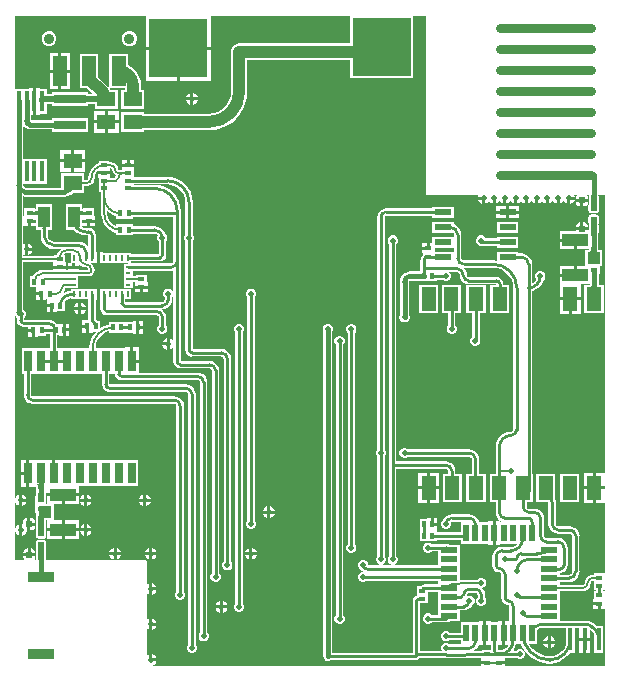
<source format=gbr>
G04*
G04 #@! TF.GenerationSoftware,Altium Limited,Altium Designer,25.5.2 (35)*
G04*
G04 Layer_Physical_Order=1*
G04 Layer_Color=255*
%FSLAX25Y25*%
%MOIN*%
G70*
G04*
G04 #@! TF.SameCoordinates,38EB6A6A-CC72-40A8-BBF4-0EDFD8540081*
G04*
G04*
G04 #@! TF.FilePolarity,Positive*
G04*
G01*
G75*
%ADD12C,0.01000*%
%ADD18R,0.06299X0.05118*%
%ADD19R,0.19685X0.19685*%
%ADD20R,0.05000X0.07874*%
G04:AMPARAMS|DCode=21|XSize=21.65mil|YSize=19.68mil|CornerRadius=2.46mil|HoleSize=0mil|Usage=FLASHONLY|Rotation=90.000|XOffset=0mil|YOffset=0mil|HoleType=Round|Shape=RoundedRectangle|*
%AMROUNDEDRECTD21*
21,1,0.02165,0.01476,0,0,90.0*
21,1,0.01673,0.01968,0,0,90.0*
1,1,0.00492,0.00738,0.00837*
1,1,0.00492,0.00738,-0.00837*
1,1,0.00492,-0.00738,-0.00837*
1,1,0.00492,-0.00738,0.00837*
%
%ADD21ROUNDEDRECTD21*%
%ADD22R,0.08661X0.04134*%
%ADD23R,0.05750X0.02200*%
%ADD24R,0.02254X0.01438*%
%ADD25R,0.02000X0.05800*%
%ADD26R,0.01575X0.07480*%
%ADD27R,0.01438X0.02254*%
%ADD28R,0.01968X0.01378*%
%ADD29R,0.01000X0.01900*%
%ADD30R,0.04724X0.09843*%
%ADD31R,0.01654X0.07008*%
%ADD32R,0.01500X0.01000*%
%ADD33R,0.19685X0.19685*%
%ADD34R,0.10630X0.03150*%
%ADD35R,0.04134X0.03937*%
G04:AMPARAMS|DCode=36|XSize=21.65mil|YSize=19.68mil|CornerRadius=2.46mil|HoleSize=0mil|Usage=FLASHONLY|Rotation=180.000|XOffset=0mil|YOffset=0mil|HoleType=Round|Shape=RoundedRectangle|*
%AMROUNDEDRECTD36*
21,1,0.02165,0.01476,0,0,180.0*
21,1,0.01673,0.01968,0,0,180.0*
1,1,0.00492,-0.00837,0.00738*
1,1,0.00492,0.00837,0.00738*
1,1,0.00492,0.00837,-0.00738*
1,1,0.00492,-0.00837,-0.00738*
%
%ADD36ROUNDEDRECTD36*%
%ADD37R,0.08503X0.03791*%
%ADD38R,0.05800X0.02000*%
%ADD39R,0.03950X0.07100*%
%ADD47R,0.02756X0.07087*%
%ADD48R,0.03150X0.07087*%
%ADD53C,0.03543*%
%ADD55C,0.03937*%
%ADD56C,0.00591*%
%ADD57C,0.01575*%
%ADD58C,0.01500*%
%ADD59C,0.01693*%
%ADD60C,0.02000*%
%ADD61C,0.03150*%
%ADD62C,0.01968*%
%ADD63C,0.01968*%
G36*
X137167Y157545D02*
X137222Y157268D01*
X137378Y157034D01*
X137612Y156877D01*
X137889Y156822D01*
X154531D01*
X154359Y156405D01*
X156299D01*
Y155905D01*
X156799D01*
Y153965D01*
X157423Y154223D01*
X157981Y154781D01*
X158071Y154998D01*
X158160Y154781D01*
X158719Y154223D01*
X159343Y153965D01*
Y155905D01*
X160343D01*
Y153965D01*
X160967Y154223D01*
X161525Y154781D01*
X161614Y154998D01*
X161704Y154781D01*
X162262Y154223D01*
X162886Y153965D01*
Y155905D01*
X163886D01*
Y153965D01*
X164510Y154223D01*
X165068Y154781D01*
X165157Y154998D01*
X165247Y154781D01*
X165805Y154223D01*
X166429Y153965D01*
Y155905D01*
X167429D01*
Y153965D01*
X168053Y154223D01*
X168611Y154781D01*
X168701Y154998D01*
X168790Y154781D01*
X169349Y154223D01*
X169972Y153965D01*
Y155905D01*
X170972D01*
Y153965D01*
X171596Y154223D01*
X172155Y154781D01*
X172244Y154998D01*
X172334Y154781D01*
X172892Y154223D01*
X173516Y153965D01*
Y155905D01*
X174516D01*
Y153965D01*
X175140Y154223D01*
X175698Y154781D01*
X175787Y154998D01*
X175877Y154781D01*
X176435Y154223D01*
X177059Y153965D01*
Y155905D01*
X178059D01*
Y153965D01*
X178683Y154223D01*
X179241Y154781D01*
X179331Y154998D01*
X179420Y154781D01*
X179978Y154223D01*
X180602Y153965D01*
Y155905D01*
X181602D01*
Y153965D01*
X182226Y154223D01*
X182784Y154781D01*
X182874Y154998D01*
X182964Y154781D01*
X183522Y154223D01*
X184146Y153965D01*
Y155905D01*
X184646D01*
Y156405D01*
X186586D01*
X186414Y156822D01*
X187352D01*
X187163Y156539D01*
X187066Y156053D01*
Y155717D01*
X189075D01*
X191084D01*
Y156053D01*
X190987Y156539D01*
X190798Y156822D01*
X191492D01*
X191473Y156675D01*
X191456Y156592D01*
X191441Y156535D01*
X191435Y156520D01*
X191424Y156500D01*
X191374Y156426D01*
X191300Y156053D01*
Y154380D01*
X191374Y154007D01*
X191396Y153975D01*
X191396Y153973D01*
X191372Y153921D01*
X191332Y153853D01*
X191331Y153851D01*
X191276Y153768D01*
X191241Y153592D01*
X191239Y153587D01*
X191239Y153584D01*
X191202Y153396D01*
Y151919D01*
X191276Y151547D01*
X191487Y151231D01*
X191803Y151020D01*
X192175Y150946D01*
X193848D01*
X194221Y151020D01*
X194537Y151231D01*
X194748Y151547D01*
X194822Y151919D01*
Y153396D01*
X194784Y153584D01*
X194784Y153587D01*
X194783Y153592D01*
X194748Y153768D01*
X194693Y153851D01*
X194692Y153853D01*
X194652Y153921D01*
X194628Y153973D01*
X194627Y153975D01*
X194649Y154007D01*
X194723Y154380D01*
Y156053D01*
X194649Y156426D01*
X194599Y156500D01*
X194589Y156520D01*
X194588Y156523D01*
X194547Y156694D01*
X194533Y156787D01*
X194531Y156822D01*
X196850D01*
Y22388D01*
X196718D01*
Y24881D01*
X196114D01*
Y25147D01*
X196718D01*
Y27931D01*
Y30787D01*
X193046D01*
Y30382D01*
X192745D01*
Y30387D01*
X192013Y30291D01*
X191331Y30008D01*
X190745Y29559D01*
X190296Y28973D01*
X190013Y28291D01*
X189917Y27559D01*
X189921D01*
X189926Y27535D01*
X189763Y27141D01*
X189369Y26978D01*
X189345Y26983D01*
X181726D01*
Y27450D01*
Y27927D01*
X184671D01*
Y27920D01*
X185597Y28042D01*
X186459Y28399D01*
X187200Y28967D01*
X187768Y29708D01*
X188125Y30571D01*
X188247Y31496D01*
X188240D01*
Y43307D01*
X188244D01*
X188135Y44137D01*
X187815Y44909D01*
X187305Y45573D01*
X186642Y46082D01*
X185869Y46402D01*
X185039Y46512D01*
Y46508D01*
X181102D01*
Y46520D01*
X180825Y46575D01*
X180591Y46732D01*
X180434Y46967D01*
X180379Y47244D01*
X180366D01*
Y54360D01*
X180371D01*
X180256Y55236D01*
X180197Y55379D01*
Y63996D01*
X173780D01*
Y54705D01*
X177824D01*
X177893Y54360D01*
X177901D01*
Y47244D01*
X177898D01*
X178007Y46415D01*
X178327Y45642D01*
X178836Y44978D01*
X179500Y44469D01*
X180273Y44149D01*
X181102Y44039D01*
Y44043D01*
X185039D01*
Y44031D01*
X185316Y43976D01*
X185551Y43819D01*
X185708Y43584D01*
X185763Y43307D01*
X185775D01*
Y31496D01*
X185770D01*
X185687Y31075D01*
X185448Y30719D01*
X185092Y30480D01*
X184671Y30397D01*
Y30391D01*
X181726D01*
Y30550D01*
Y31027D01*
X181865D01*
Y31003D01*
X182807Y31190D01*
X183606Y31724D01*
X184140Y32523D01*
X184327Y33465D01*
X184303D01*
Y39370D01*
X184307D01*
X184198Y40200D01*
X183878Y40972D01*
X183368Y41636D01*
X182705Y42145D01*
X181932Y42465D01*
X181102Y42575D01*
Y42571D01*
X177165D01*
Y42583D01*
X176888Y42638D01*
X176654Y42795D01*
X176497Y43030D01*
X176442Y43307D01*
X176429D01*
Y49213D01*
X176433D01*
X176324Y50042D01*
X176004Y50815D01*
X175494Y51479D01*
X174831Y51988D01*
X174058Y52308D01*
X173228Y52417D01*
Y52413D01*
X171260D01*
X171234Y52408D01*
X170867Y52560D01*
X170715Y52927D01*
X170721Y52953D01*
Y54705D01*
X172697D01*
Y63996D01*
X172492D01*
Y124893D01*
X172603Y124908D01*
X173855Y125426D01*
X174930Y126251D01*
X175755Y127326D01*
X176273Y128578D01*
X176277Y128607D01*
X176632Y128962D01*
X176890Y129585D01*
Y130258D01*
X176632Y130880D01*
X176156Y131356D01*
X175534Y131614D01*
X174860D01*
X174238Y131356D01*
X173762Y130880D01*
X173504Y130258D01*
Y129585D01*
X173762Y128962D01*
X173599Y128570D01*
X173170Y128011D01*
X172611Y127582D01*
X172492Y127533D01*
Y133858D01*
X172499D01*
X172377Y134785D01*
X172019Y135649D01*
X171450Y136391D01*
X170708Y136960D01*
X169844Y137318D01*
X168917Y137440D01*
Y137433D01*
X167852D01*
Y138009D01*
X160685D01*
Y134989D01*
X159449Y135111D01*
Y135091D01*
X149606D01*
Y135103D01*
X149329Y135158D01*
X149094Y135315D01*
X148938Y135550D01*
X148882Y135827D01*
X148870D01*
Y143701D01*
X148879D01*
X148751Y144669D01*
X148377Y145571D01*
X147783Y146346D01*
X147008Y146940D01*
X146402Y147191D01*
Y148009D01*
X139235D01*
Y144392D01*
X146169D01*
X146307Y144185D01*
X146404Y143701D01*
X146405D01*
Y135827D01*
X146402D01*
Y138009D01*
X139922D01*
Y139392D01*
X146402D01*
Y143009D01*
X139235D01*
Y140907D01*
X138295D01*
Y139187D01*
X137795D01*
Y138687D01*
X135668D01*
Y137468D01*
X135960D01*
Y136881D01*
X135941Y136866D01*
X135524Y136323D01*
X135262Y135690D01*
X135175Y135030D01*
X135171Y135011D01*
Y132466D01*
Y131757D01*
X134976D01*
Y131447D01*
X131890D01*
Y131447D01*
X130985Y131328D01*
X130142Y130979D01*
X129419Y130424D01*
X128864Y129700D01*
X128514Y128857D01*
X128395Y127953D01*
X128396D01*
Y116883D01*
X128228Y116479D01*
Y115805D01*
X128486Y115183D01*
X128962Y114707D01*
X129585Y114449D01*
X130258D01*
X130880Y114707D01*
X131356Y115183D01*
X131614Y115805D01*
Y116479D01*
X131447Y116883D01*
Y127953D01*
X131442Y127976D01*
X131566Y128276D01*
X131867Y128401D01*
X131890Y128396D01*
X134976D01*
Y128086D01*
X140615D01*
Y128689D01*
X142539D01*
X142742Y128486D01*
X143364Y128228D01*
X144037D01*
X144660Y128486D01*
X145136Y128962D01*
X145394Y129585D01*
Y130258D01*
X145136Y130880D01*
X144782Y131234D01*
X147061D01*
Y131233D01*
X147563Y131133D01*
X147989Y130849D01*
X148273Y130423D01*
X148373Y129921D01*
X148374D01*
X148469Y129195D01*
X148750Y128517D01*
X149196Y127936D01*
X149777Y127490D01*
X150454Y127209D01*
X151181Y127114D01*
Y127114D01*
X160382D01*
Y126988D01*
X158406D01*
Y117697D01*
X164823D01*
Y126988D01*
X162847D01*
Y127362D01*
X162866D01*
X162696Y128218D01*
X162211Y128943D01*
X161486Y129428D01*
X160630Y129598D01*
Y129579D01*
X151181D01*
Y129579D01*
X150939Y129679D01*
X150839Y129921D01*
X150847D01*
X150718Y130901D01*
X150340Y131814D01*
X149738Y132598D01*
X149703Y132626D01*
X159449D01*
X159468Y132630D01*
X160746Y132504D01*
X161993Y132126D01*
X163142Y131511D01*
X164149Y130685D01*
X164976Y129677D01*
X165590Y128528D01*
X165969Y127281D01*
X166094Y126003D01*
X166091Y125984D01*
Y78740D01*
X166078D01*
X166023Y78463D01*
X165866Y78228D01*
X165631Y78071D01*
X165354Y78016D01*
Y78023D01*
X164050Y77852D01*
X162834Y77348D01*
X161791Y76547D01*
X160990Y75503D01*
X160486Y74288D01*
X160314Y72983D01*
X160334D01*
Y64730D01*
Y63966D01*
X158358D01*
Y54675D01*
X160334D01*
Y51032D01*
X160331D01*
X160435Y50242D01*
X160741Y49505D01*
X161226Y48872D01*
X161859Y48387D01*
X162595Y48082D01*
X163386Y47978D01*
Y47980D01*
X171181D01*
X171182Y47978D01*
X171185Y47977D01*
Y47868D01*
X161817D01*
Y48159D01*
X160317D01*
Y44259D01*
Y40359D01*
X161817D01*
Y40650D01*
X167460D01*
X167283Y40420D01*
X166718Y39987D01*
X166060Y39714D01*
X165354Y39621D01*
Y39618D01*
X162402D01*
Y39622D01*
X161572Y39513D01*
X160799Y39193D01*
X160136Y38683D01*
X159626Y38020D01*
X159306Y37247D01*
X159197Y36417D01*
X159201D01*
Y33465D01*
X159181D01*
X159352Y32609D01*
X159836Y31884D01*
X160562Y31399D01*
X161417Y31229D01*
Y31236D01*
X161694Y31181D01*
X161929Y31024D01*
X162086Y30789D01*
X162141Y30512D01*
X162153D01*
Y22638D01*
X162134D01*
X162304Y21782D01*
X162789Y21057D01*
X163514Y20572D01*
X164370Y20402D01*
Y20421D01*
X164393Y20426D01*
X164744Y20280D01*
X164890Y19929D01*
X164885Y19906D01*
Y14759D01*
X163517D01*
Y10859D01*
Y6959D01*
X164517D01*
X164423Y6733D01*
X163872Y6014D01*
X163153Y5462D01*
X162510Y5196D01*
X161119D01*
X161049Y5365D01*
X161050Y5368D01*
Y6959D01*
X162517D01*
Y10859D01*
Y14759D01*
X161017D01*
Y14468D01*
X158717D01*
Y14759D01*
X157217D01*
Y10859D01*
Y6959D01*
X158585D01*
Y5368D01*
X158584D01*
X158607Y5196D01*
X155645D01*
Y4993D01*
X152890Y4982D01*
X153164Y5096D01*
X153822Y5601D01*
X154327Y6259D01*
X154645Y7025D01*
X154674Y7250D01*
X154717D01*
Y6959D01*
X156217D01*
Y10859D01*
Y14759D01*
X154717D01*
Y14468D01*
X148709D01*
Y11075D01*
X144863D01*
X144660Y11278D01*
X144037Y11535D01*
X143364D01*
X142742Y11278D01*
X142266Y10802D01*
X142008Y10179D01*
Y9506D01*
X142266Y8884D01*
X142742Y8407D01*
X143364Y8150D01*
X144037D01*
X144660Y8407D01*
X144863Y8610D01*
X148709D01*
Y7250D01*
X151911D01*
X151842Y7204D01*
X151575Y7151D01*
Y7138D01*
X144863D01*
X144660Y7341D01*
X144037Y7598D01*
X143364D01*
X142742Y7341D01*
X142266Y6865D01*
X142008Y6242D01*
Y5569D01*
X142243Y5001D01*
X135091D01*
Y20802D01*
X137662D01*
Y23586D01*
Y24727D01*
X141109D01*
Y24250D01*
Y21150D01*
Y17950D01*
Y16980D01*
X138957D01*
X138754Y17183D01*
X138132Y17441D01*
X137459D01*
X136836Y17183D01*
X136360Y16707D01*
X136102Y16085D01*
Y15411D01*
X136360Y14789D01*
X136836Y14313D01*
X137459Y14055D01*
X138132D01*
X138754Y14313D01*
X138957Y14516D01*
X143906D01*
Y14500D01*
X144694Y14657D01*
X144984Y14850D01*
X148326D01*
Y17950D01*
Y18427D01*
X149580D01*
Y18423D01*
X150417Y18533D01*
X151196Y18856D01*
X151865Y19369D01*
X152378Y20038D01*
X152436Y20178D01*
X152534Y20218D01*
X153010Y20695D01*
X153268Y21317D01*
Y21990D01*
X153010Y22613D01*
X152534Y23089D01*
X151911Y23346D01*
X151238D01*
X150759Y23148D01*
X150854Y23622D01*
X150851D01*
X150906Y23899D01*
X151063Y24134D01*
X151298Y24291D01*
X151575Y24346D01*
Y24358D01*
X153543D01*
Y24346D01*
X153820Y24291D01*
X154055Y24134D01*
X154212Y23899D01*
X154267Y23622D01*
X154279D01*
Y22815D01*
X154077Y22613D01*
X153819Y21990D01*
Y21317D01*
X154077Y20695D01*
X154553Y20218D01*
X155175Y19961D01*
X155849D01*
X156471Y20218D01*
X156947Y20695D01*
X157205Y21317D01*
Y21990D01*
X156947Y22613D01*
X156744Y22815D01*
Y23622D01*
X156748D01*
X156639Y24452D01*
X156319Y25224D01*
X155826Y25866D01*
X155849D01*
X156471Y26124D01*
X156947Y26600D01*
X157205Y27222D01*
Y27896D01*
X156947Y28518D01*
X156471Y28994D01*
X155849Y29252D01*
X155175D01*
X154553Y28994D01*
X154141Y28583D01*
X148674D01*
X148669Y28582D01*
X148669Y28592D01*
X148326Y28524D01*
Y30550D01*
Y33750D01*
Y36850D01*
Y40268D01*
X144984D01*
X144694Y40462D01*
X143906Y40618D01*
Y40602D01*
X138957D01*
X138754Y40805D01*
X138132Y41063D01*
X137459D01*
X136836Y40805D01*
X136360Y40329D01*
X136102Y39707D01*
Y39033D01*
X136360Y38411D01*
X136836Y37935D01*
X137459Y37677D01*
X138132D01*
X138754Y37935D01*
X138957Y38138D01*
X141109D01*
Y36850D01*
Y33750D01*
Y33491D01*
X117835D01*
Y33801D01*
X117577Y34424D01*
X117101Y34900D01*
X116479Y35157D01*
X115805D01*
X115183Y34900D01*
X114707Y34424D01*
X114449Y33801D01*
Y33128D01*
X114707Y32506D01*
X115183Y32029D01*
X115487Y31903D01*
X115607Y31724D01*
X116360Y31220D01*
X115805D01*
X115183Y30963D01*
X114707Y30487D01*
X114449Y29864D01*
Y29191D01*
X114707Y28569D01*
X115183Y28092D01*
X115805Y27835D01*
X116479D01*
X117101Y28092D01*
X117304Y28295D01*
X141109D01*
Y27450D01*
Y27191D01*
X136772D01*
Y27210D01*
X135932Y27043D01*
X135219Y26567D01*
X135136Y26442D01*
X133991D01*
Y23586D01*
Y23385D01*
X133738Y23335D01*
X133148Y22941D01*
X132753Y22350D01*
X132615Y21654D01*
X132626D01*
Y4354D01*
X105856D01*
Y111463D01*
X106024Y111868D01*
Y112541D01*
X105766Y113164D01*
X105290Y113640D01*
X104667Y113898D01*
X103994D01*
X103372Y113640D01*
X102895Y113164D01*
X102638Y112541D01*
Y111868D01*
X102805Y111463D01*
Y3937D01*
Y3937D01*
Y3122D01*
X102921Y2538D01*
X103252Y2043D01*
X103747Y1712D01*
X104331Y1596D01*
X104914Y1712D01*
X105179Y1889D01*
X133689D01*
Y1886D01*
X134227Y1993D01*
X134683Y2297D01*
X134842Y2536D01*
X143064D01*
X143059Y2508D01*
X143106Y2489D01*
X143106Y2536D01*
X143112D01*
X143158Y2545D01*
X143290Y2519D01*
X143319Y2525D01*
X143701Y2475D01*
X143715Y2476D01*
X143715Y2480D01*
X155353Y2527D01*
Y1484D01*
X157480D01*
Y484D01*
X155353D01*
Y0D01*
X45708D01*
X46400Y286D01*
X46958Y845D01*
X47216Y1469D01*
X45276D01*
Y1969D01*
X44776D01*
Y3909D01*
X44152Y3651D01*
X43990Y3489D01*
Y12259D01*
X44152Y12097D01*
X44776Y11839D01*
Y13780D01*
Y15720D01*
X44152Y15462D01*
X43990Y15300D01*
Y24070D01*
X44152Y23908D01*
X44776Y23650D01*
Y25591D01*
Y27531D01*
X44152Y27273D01*
X43990Y27111D01*
Y34657D01*
X43935Y34933D01*
X43779Y35168D01*
X43544Y35324D01*
X43268Y35379D01*
X10359D01*
X10363Y35512D01*
X10384Y35770D01*
X10385Y35781D01*
X10397Y35799D01*
X10471Y36171D01*
Y37844D01*
X10411Y38149D01*
X10381Y38634D01*
X10397Y38775D01*
X10415Y38875D01*
X10432Y38941D01*
X10439Y38959D01*
X10447Y38973D01*
X10496Y39047D01*
X10570Y39419D01*
Y40896D01*
X10496Y41268D01*
X10285Y41584D01*
X9969Y41795D01*
X9596Y41869D01*
X7923D01*
X7551Y41795D01*
X7235Y41584D01*
X7024Y41268D01*
X6950Y40896D01*
Y39419D01*
X7024Y39047D01*
X7073Y38973D01*
X7081Y38959D01*
X7087Y38941D01*
X7104Y38875D01*
X7119Y38792D01*
X7149Y38350D01*
X7141Y38257D01*
X7138Y38241D01*
X7122Y38217D01*
X7048Y37844D01*
Y36171D01*
X7112Y35852D01*
X7143Y35379D01*
X6531D01*
X6735Y35685D01*
X6831Y36171D01*
Y36508D01*
X4823D01*
X2814D01*
Y36171D01*
X2911Y35685D01*
X3115Y35379D01*
X0D01*
Y44843D01*
X286Y44152D01*
X845Y43593D01*
X1469Y43335D01*
Y45276D01*
Y47216D01*
X845Y46958D01*
X286Y46400D01*
X0Y45708D01*
Y54685D01*
X286Y53994D01*
X845Y53436D01*
X1469Y53177D01*
Y55118D01*
Y57059D01*
X845Y56800D01*
X286Y56242D01*
X0Y55551D01*
Y116918D01*
X3Y116902D01*
X464Y116212D01*
X537Y116164D01*
X736Y115964D01*
Y115157D01*
X717D01*
X887Y114302D01*
X1372Y113576D01*
X2097Y113092D01*
X2953Y112922D01*
Y112941D01*
X4452D01*
Y112331D01*
X6171D01*
Y111831D01*
X6671D01*
Y109705D01*
X7890D01*
Y109996D01*
X10383D01*
Y110599D01*
X11760D01*
Y105827D01*
X2244D01*
Y97323D01*
X3045D01*
Y90211D01*
X3044D01*
X3142Y89470D01*
X3427Y88780D01*
X3882Y88188D01*
X4475Y87733D01*
X5165Y87447D01*
X5906Y87349D01*
Y87350D01*
X53150D01*
Y87338D01*
X53427Y87283D01*
X53661Y87126D01*
X53818Y86891D01*
X53873Y86614D01*
X53886D01*
Y86614D01*
Y24784D01*
X53683Y24581D01*
X53425Y23959D01*
Y23285D01*
X53683Y22663D01*
X54159Y22187D01*
X54781Y21929D01*
X55455D01*
X56077Y22187D01*
X56553Y22663D01*
X56811Y23285D01*
Y23959D01*
X56553Y24581D01*
X56350Y24784D01*
Y86614D01*
Y86614D01*
X56354D01*
X56245Y87444D01*
X55925Y88217D01*
X55416Y88880D01*
X54752Y89389D01*
X53979Y89710D01*
X53150Y89819D01*
Y89815D01*
X5906D01*
X5899Y89814D01*
X5623Y89928D01*
X5508Y90204D01*
X5509Y90211D01*
Y97323D01*
X29083D01*
Y93701D01*
X29059D01*
X29245Y92768D01*
X29773Y91978D01*
X30564Y91450D01*
X31496Y91264D01*
Y91287D01*
X57087D01*
Y91275D01*
X57364Y91220D01*
X57598Y91063D01*
X57755Y90828D01*
X57810Y90551D01*
X57823D01*
Y7067D01*
X57620Y6865D01*
X57362Y6242D01*
Y5569D01*
X57620Y4947D01*
X58096Y4470D01*
X58718Y4213D01*
X59392D01*
X60014Y4470D01*
X60490Y4947D01*
X60748Y5569D01*
Y6242D01*
X60490Y6865D01*
X60287Y7067D01*
Y90551D01*
X60291D01*
X60182Y91381D01*
X59862Y92154D01*
X59353Y92817D01*
X58689Y93326D01*
X57916Y93647D01*
X57087Y93756D01*
Y93752D01*
X31559D01*
X31555Y93760D01*
X31547Y93764D01*
Y97323D01*
X33413D01*
Y97244D01*
X33398D01*
X33553Y96465D01*
X33994Y95805D01*
X34654Y95364D01*
X35433Y95209D01*
Y95224D01*
X61024D01*
Y95212D01*
X61301Y95157D01*
X61535Y95000D01*
X61692Y94765D01*
X61747Y94488D01*
X61760D01*
Y11004D01*
X61557Y10802D01*
X61299Y10179D01*
Y9506D01*
X61557Y8884D01*
X62033Y8407D01*
X62655Y8150D01*
X63329D01*
X63951Y8407D01*
X64427Y8884D01*
X64685Y9506D01*
Y10179D01*
X64427Y10802D01*
X64224Y11004D01*
Y94488D01*
X64228D01*
X64119Y95318D01*
X63799Y96091D01*
X63290Y96754D01*
X62626Y97263D01*
X61853Y97584D01*
X61024Y97693D01*
Y97689D01*
X41354D01*
Y101075D01*
X38976D01*
Y101575D01*
X38476D01*
Y106118D01*
X36598D01*
Y105827D01*
X26954D01*
Y105972D01*
X26943Y106031D01*
X27133Y107476D01*
X27713Y108877D01*
X28636Y110080D01*
X29840Y111003D01*
X31241Y111584D01*
X31316Y111594D01*
Y110950D01*
X39321D01*
Y110659D01*
X40540D01*
Y112786D01*
Y114913D01*
X39321D01*
Y114621D01*
X31316D01*
Y113687D01*
X31212Y113677D01*
X29738Y113230D01*
X28410Y112520D01*
Y115024D01*
X27333D01*
X27057Y115493D01*
X27067Y115493D01*
X27020Y115607D01*
Y121821D01*
X27256D01*
Y123771D01*
Y125721D01*
X26256D01*
Y125430D01*
X18673D01*
Y124997D01*
X17585Y124854D01*
X16392Y124360D01*
X16119Y124150D01*
X16376Y124485D01*
X16676Y125208D01*
X16770Y125924D01*
X16786Y125931D01*
X16791Y125945D01*
X18181D01*
Y125760D01*
X21099D01*
Y127728D01*
Y129697D01*
Y129882D01*
X24606D01*
Y129863D01*
X25382Y130017D01*
X26040Y130456D01*
X26479Y131114D01*
X26633Y131890D01*
X26620D01*
X26518Y132666D01*
X26219Y133389D01*
X25742Y134010D01*
X25217Y134413D01*
X26256D01*
Y134121D01*
X27256D01*
Y136071D01*
Y138021D01*
X27020D01*
Y143504D01*
X27043D01*
X26857Y144436D01*
X26329Y145227D01*
X25539Y145755D01*
X24606Y145940D01*
Y145917D01*
X23622D01*
Y145921D01*
X22925Y146012D01*
X22484Y146195D01*
X22476Y146203D01*
X22376Y146302D01*
Y149759D01*
X22386Y149761D01*
X22443Y149766D01*
X22479D01*
Y148714D01*
X24606D01*
X26733D01*
Y149934D01*
X26442D01*
Y152426D01*
X22771D01*
Y152231D01*
X22443D01*
X22386Y152236D01*
X22376Y152237D01*
Y153865D01*
X17009D01*
Y145348D01*
X19228D01*
X19274Y145340D01*
X19356Y145318D01*
X19447Y145284D01*
X19548Y145238D01*
X19658Y145178D01*
X19768Y145109D01*
X19929Y144987D01*
X19958Y144950D01*
X20217Y144751D01*
X20219Y144749D01*
X20220Y144748D01*
X21031Y144126D01*
X22281Y143609D01*
X23622Y143432D01*
Y143453D01*
X24544D01*
X24547Y143445D01*
X24555Y143441D01*
Y139489D01*
X24551Y139498D01*
X23947Y140286D01*
X23160Y140890D01*
X22243Y141269D01*
X21260Y141399D01*
Y141390D01*
X12992D01*
X12965Y141384D01*
X12254Y141526D01*
X11629Y141944D01*
X11211Y142569D01*
X11069Y143280D01*
X11075Y143307D01*
Y145281D01*
X11080Y145338D01*
X11082Y145348D01*
X12526D01*
Y153865D01*
X7159D01*
Y152237D01*
X7149Y152236D01*
X7092Y152231D01*
X6757D01*
Y152426D01*
X3086D01*
Y149934D01*
X2903D01*
Y156431D01*
X3543Y156346D01*
Y156349D01*
X16338D01*
Y156340D01*
X17500Y156492D01*
X18582Y156941D01*
X19388Y157559D01*
X23149D01*
Y159803D01*
X23819D01*
Y159799D01*
X24544Y159895D01*
X25219Y160174D01*
X25798Y160619D01*
X26243Y161199D01*
X26523Y161874D01*
X26618Y162598D01*
X26617D01*
X26726Y163428D01*
X27046Y164201D01*
X27556Y164865D01*
X27839Y165082D01*
Y164772D01*
X31807D01*
Y165807D01*
X31988D01*
X31995Y165808D01*
X32311Y165678D01*
X32442Y165362D01*
X32441Y165354D01*
X32420D01*
X32582Y164540D01*
X33043Y163850D01*
X33642Y163450D01*
X33519Y163152D01*
X33464Y162736D01*
X31807D01*
Y163772D01*
X27839D01*
Y162583D01*
X28130D01*
Y160315D01*
Y157756D01*
X28799D01*
Y156187D01*
X28788D01*
X28799Y156072D01*
Y150675D01*
X28788D01*
X28912Y149420D01*
X29278Y148213D01*
X29872Y147100D01*
X30672Y146125D01*
X31648Y145325D01*
X32760Y144730D01*
X33794Y144417D01*
Y143440D01*
X39434D01*
Y144043D01*
X46654D01*
Y144042D01*
X47161Y143941D01*
X47591Y143654D01*
X47701Y143490D01*
X47520Y143053D01*
Y142380D01*
X47777Y141758D01*
X47980Y141555D01*
Y137304D01*
X38807D01*
Y137730D01*
X29256D01*
Y138021D01*
X28256D01*
Y136071D01*
Y134121D01*
X29256D01*
Y134413D01*
X38807D01*
Y134839D01*
X48473D01*
Y134824D01*
X49233Y134976D01*
X49878Y135406D01*
X50308Y136051D01*
X50459Y136811D01*
X50445D01*
Y141555D01*
X50648Y141758D01*
X50906Y142380D01*
Y143053D01*
X50648Y143675D01*
X50172Y144152D01*
X50130Y144169D01*
X49945Y144617D01*
X49341Y145404D01*
X48554Y146008D01*
X47637Y146387D01*
X46654Y146517D01*
Y146508D01*
X39434D01*
Y147111D01*
X33794D01*
Y146563D01*
X33031Y146879D01*
X32123Y147576D01*
X31427Y148484D01*
X30989Y149540D01*
X30842Y150653D01*
X30846Y150675D01*
Y151494D01*
X31648Y150837D01*
X32760Y150242D01*
X33794Y149928D01*
Y148952D01*
X39434D01*
Y149555D01*
X52902D01*
Y134843D01*
X52889D01*
X52834Y134566D01*
X52677Y134331D01*
X52442Y134174D01*
X52165Y134119D01*
Y134106D01*
X37840D01*
X37721Y134083D01*
X36382D01*
Y131665D01*
Y129697D01*
Y127728D01*
Y125760D01*
X39299D01*
Y127728D01*
Y127913D01*
X40290D01*
Y127886D01*
X39999D01*
Y126667D01*
X42126D01*
X44253D01*
Y127886D01*
X43962D01*
Y130379D01*
X40290D01*
Y129961D01*
X39299D01*
Y131642D01*
X52165D01*
Y131638D01*
X52902Y131735D01*
Y108315D01*
X52863Y108407D01*
X52305Y108966D01*
X51681Y109224D01*
Y107283D01*
Y105343D01*
X52305Y105601D01*
X52863Y106159D01*
X52902Y106252D01*
Y101378D01*
X52882D01*
X53052Y100522D01*
X53537Y99797D01*
X54263Y99312D01*
X55118Y99142D01*
Y99161D01*
X64961D01*
Y99149D01*
X65238Y99094D01*
X65472Y98937D01*
X65629Y98702D01*
X65684Y98425D01*
X65697D01*
Y30689D01*
X65494Y30487D01*
X65236Y29864D01*
Y29191D01*
X65494Y28569D01*
X65970Y28092D01*
X66592Y27835D01*
X67266D01*
X67888Y28092D01*
X68364Y28569D01*
X68622Y29191D01*
Y29864D01*
X68364Y30487D01*
X68161Y30689D01*
Y98425D01*
X68165D01*
X68056Y99255D01*
X67736Y100028D01*
X67227Y100691D01*
X66563Y101200D01*
X65790Y101521D01*
X64961Y101630D01*
Y101626D01*
X55366D01*
Y134814D01*
X55370Y134843D01*
X55366D01*
Y150591D01*
X55370D01*
X55366Y150610D01*
Y151575D01*
X55385D01*
X55215Y153297D01*
X54713Y154954D01*
X53897Y156480D01*
X52799Y157818D01*
X51461Y158917D01*
X49934Y159733D01*
X48278Y160235D01*
X46555Y160405D01*
Y160386D01*
X39587D01*
Y160480D01*
X50886D01*
X50894Y160482D01*
X52048Y160368D01*
X53165Y160029D01*
X54194Y159479D01*
X55097Y158738D01*
X55837Y157836D01*
X56388Y156807D01*
X56726Y155689D01*
X56840Y154535D01*
X56839Y154528D01*
Y143878D01*
X56636Y143675D01*
X56378Y143053D01*
Y142380D01*
X56636Y141758D01*
X56839Y141555D01*
Y105315D01*
X56819D01*
X56989Y104459D01*
X57474Y103734D01*
X58200Y103249D01*
X59055Y103079D01*
Y103098D01*
X68898D01*
Y103086D01*
X69175Y103031D01*
X69409Y102874D01*
X69566Y102639D01*
X69621Y102362D01*
X69634D01*
Y34626D01*
X69431Y34424D01*
X69173Y33801D01*
Y33128D01*
X69431Y32506D01*
X69907Y32029D01*
X70529Y31772D01*
X71203D01*
X71825Y32029D01*
X72301Y32506D01*
X72559Y33128D01*
Y33801D01*
X72301Y34424D01*
X72098Y34626D01*
Y102362D01*
X72102D01*
X71993Y103192D01*
X71673Y103964D01*
X71164Y104628D01*
X70500Y105138D01*
X69727Y105458D01*
X68898Y105567D01*
Y105563D01*
X59303D01*
Y141555D01*
X59506Y141758D01*
X59764Y142380D01*
Y143053D01*
X59506Y143675D01*
X59303Y143878D01*
Y154528D01*
X59320D01*
X59158Y156173D01*
X58678Y157755D01*
X57899Y159213D01*
X56850Y160492D01*
X55572Y161540D01*
X54114Y162320D01*
X52531Y162800D01*
X50886Y162962D01*
Y162945D01*
X39587D01*
Y165142D01*
X39878D01*
Y166331D01*
X35909D01*
Y165295D01*
X34547D01*
Y165323D01*
X34525Y165332D01*
X34516Y165354D01*
X34517D01*
X34325Y166322D01*
X33776Y167142D01*
X32956Y167691D01*
X31988Y167883D01*
Y167854D01*
X31516D01*
Y168228D01*
X28130D01*
Y167565D01*
X27182Y167172D01*
X26088Y166333D01*
X25249Y165239D01*
X24721Y163965D01*
X24541Y162598D01*
X24551D01*
X24495Y162319D01*
X24336Y162081D01*
X24099Y161923D01*
X23819Y161867D01*
Y161851D01*
X23149D01*
Y164095D01*
X15433D01*
Y159399D01*
X3543D01*
Y159408D01*
X3302Y159456D01*
X3097Y159593D01*
X2960Y159798D01*
X2912Y160039D01*
X2903D01*
Y160590D01*
X10592D01*
Y169016D01*
X2903D01*
Y179984D01*
X3209Y179587D01*
X3768Y179157D01*
X4419Y178887D01*
X5026Y178808D01*
X5118Y178789D01*
X12480D01*
Y178031D01*
X24528D01*
Y182598D01*
X12480D01*
Y181840D01*
X5462D01*
Y183685D01*
X5997D01*
Y188189D01*
Y192693D01*
X4670D01*
Y192402D01*
X0D01*
Y216535D01*
X43673D01*
Y206384D01*
X54516D01*
X65358D01*
Y216535D01*
X111705D01*
Y207425D01*
X74803D01*
X74104Y207333D01*
X73453Y207063D01*
X72894Y206634D01*
X72465Y206075D01*
X72195Y205423D01*
X72103Y204724D01*
Y191299D01*
X72108Y191263D01*
X71971Y189874D01*
X71555Y188503D01*
X70880Y187239D01*
X69971Y186132D01*
X68863Y185223D01*
X67600Y184548D01*
X66229Y184132D01*
X64839Y183995D01*
X64803Y184000D01*
X43228D01*
Y184567D01*
X35512D01*
Y178032D01*
X43228D01*
Y178599D01*
X64803D01*
Y178583D01*
X66792Y178740D01*
X68733Y179205D01*
X70576Y179969D01*
X72278Y181012D01*
X73795Y182308D01*
X75091Y183825D01*
X76134Y185526D01*
X76897Y187370D01*
X77363Y189310D01*
X77520Y191299D01*
X77503D01*
Y202024D01*
X111705D01*
Y195770D01*
X132807D01*
Y216535D01*
X137167D01*
Y157545D01*
D02*
G37*
G36*
X193764Y157533D02*
X193814Y156712D01*
X193837Y156558D01*
X193895Y156310D01*
X193931Y156217D01*
X193971Y156144D01*
X192053D01*
X192093Y156217D01*
X192128Y156310D01*
X192160Y156424D01*
X192187Y156558D01*
X192228Y156887D01*
X192253Y157297D01*
X192262Y157790D01*
X193762D01*
X193764Y157533D01*
D02*
G37*
G36*
X193765Y154904D02*
X193811Y154301D01*
X193839Y154129D01*
X193912Y153828D01*
X193958Y153700D01*
X194010Y153586D01*
X194069Y153487D01*
X191955D01*
X192013Y153586D01*
X192065Y153700D01*
X192111Y153828D01*
X192151Y153971D01*
X192185Y154129D01*
X192234Y154487D01*
X192250Y154688D01*
X192262Y155134D01*
X193762D01*
X193765Y154904D01*
D02*
G37*
G36*
X21656Y151903D02*
X21688Y151818D01*
X21740Y151743D01*
X21811Y151678D01*
X21903Y151623D01*
X22014Y151578D01*
X22144Y151543D01*
X22295Y151518D01*
X22465Y151503D01*
X22656Y151498D01*
Y150498D01*
X22465Y150493D01*
X22295Y150478D01*
X22144Y150453D01*
X22014Y150418D01*
X21903Y150373D01*
X21811Y150318D01*
X21740Y150253D01*
X21688Y150178D01*
X21656Y150093D01*
X21644Y149998D01*
Y151998D01*
X21656Y151903D01*
D02*
G37*
G36*
X7891Y149998D02*
X7879Y150093D01*
X7847Y150178D01*
X7795Y150253D01*
X7724Y150318D01*
X7632Y150373D01*
X7521Y150418D01*
X7391Y150453D01*
X7240Y150478D01*
X7070Y150493D01*
X6880Y150498D01*
Y151498D01*
X7070Y151503D01*
X7240Y151518D01*
X7391Y151543D01*
X7521Y151578D01*
X7632Y151623D01*
X7724Y151678D01*
X7795Y151743D01*
X7847Y151818D01*
X7879Y151903D01*
X7891Y151998D01*
Y149998D01*
D02*
G37*
G36*
X21655Y146068D02*
X21660Y146045D01*
X21675Y146014D01*
X21700Y145977D01*
X21735Y145932D01*
X21835Y145821D01*
X21974Y145683D01*
X22154Y145515D01*
X20660Y145322D01*
X20497Y145464D01*
X20179Y145703D01*
X20024Y145801D01*
X19872Y145885D01*
X19722Y145953D01*
X19574Y146007D01*
X19430Y146046D01*
X19287Y146071D01*
X19148Y146080D01*
X21655Y146068D01*
D02*
G37*
G36*
X10747Y146068D02*
X10662Y146036D01*
X10588Y145984D01*
X10522Y145913D01*
X10468Y145821D01*
X10423Y145710D01*
X10387Y145579D01*
X10362Y145429D01*
X10347Y145258D01*
X10343Y145068D01*
X9342D01*
X9337Y145258D01*
X9323Y145429D01*
X9297Y145579D01*
X9262Y145710D01*
X9217Y145821D01*
X9162Y145913D01*
X9098Y145984D01*
X9023Y146036D01*
X8937Y146068D01*
X8843Y146080D01*
X10842D01*
X10747Y146068D01*
D02*
G37*
G36*
X7149Y149761D02*
X7159Y149759D01*
Y145348D01*
X8604D01*
X8605Y145338D01*
X8610Y145281D01*
Y143307D01*
X8596D01*
X8746Y142169D01*
X9185Y141109D01*
X9884Y140199D01*
X10794Y139500D01*
X11854Y139061D01*
X12992Y138911D01*
Y138925D01*
X15318D01*
X14922Y138621D01*
X14382Y137918D01*
X14043Y137099D01*
X14040Y137072D01*
X13125D01*
Y136668D01*
X2903D01*
Y137060D01*
X3437Y136839D01*
Y138779D01*
Y140720D01*
X2903Y140499D01*
Y146495D01*
X4421D01*
Y148214D01*
X4921D01*
Y148714D01*
X7048D01*
Y149766D01*
X7092D01*
X7149Y149761D01*
D02*
G37*
G36*
X18673Y134413D02*
X21122D01*
X21138Y134374D01*
X20140D01*
Y133374D01*
X21390D01*
Y133979D01*
X21643Y133650D01*
X22222Y133205D01*
X22897Y132926D01*
X23622Y132830D01*
Y132822D01*
X23979Y132751D01*
X24281Y132549D01*
X24484Y132247D01*
X24547Y131929D01*
X21390D01*
Y132374D01*
X19640D01*
X17890D01*
Y131929D01*
X17087D01*
Y132360D01*
X14961D01*
X12834D01*
Y131929D01*
X9435D01*
Y131944D01*
X8402Y131808D01*
X7439Y131409D01*
X6613Y130775D01*
X5979Y129948D01*
X5912Y129788D01*
X5054D01*
Y126117D01*
X7125D01*
Y124516D01*
X8844D01*
Y124016D01*
X9344D01*
Y121889D01*
X10563D01*
Y122180D01*
X10668D01*
Y120579D01*
X12387D01*
Y120079D01*
X12888D01*
Y117952D01*
X14107D01*
Y118243D01*
X16599D01*
Y121070D01*
X17109Y121833D01*
X17914Y122371D01*
X18673Y122522D01*
Y122113D01*
X24555D01*
Y115487D01*
X24556Y115482D01*
X24538Y115482D01*
X24570Y115316D01*
X22479D01*
Y113689D01*
X24198D01*
Y113189D01*
X24699D01*
Y111062D01*
X25918D01*
Y111353D01*
X27047D01*
X26213Y110336D01*
X25487Y108978D01*
X25040Y107505D01*
X24889Y105972D01*
X24907D01*
Y105827D01*
X14224D01*
Y110105D01*
X14756D01*
Y109814D01*
X15975D01*
Y111941D01*
Y114068D01*
X14756D01*
Y113777D01*
X14222D01*
X13772Y114364D01*
X13030Y114933D01*
X12167Y115290D01*
X11240Y115412D01*
Y115406D01*
X3201D01*
Y115964D01*
X3404Y116167D01*
X3661Y116789D01*
Y117463D01*
X3404Y118085D01*
X2928Y118561D01*
X2903Y118571D01*
Y134620D01*
X13125D01*
Y134579D01*
X12834D01*
Y133360D01*
X14961D01*
X17087D01*
Y134579D01*
X16796D01*
Y137072D01*
X16318D01*
X16380Y137164D01*
X16812Y137453D01*
X17323Y137554D01*
Y137559D01*
X18673D01*
Y134413D01*
D02*
G37*
G36*
X9607Y39433D02*
X9614Y39328D01*
X9817D01*
X9777Y39253D01*
X9741Y39154D01*
X9709Y39030D01*
X9682Y38882D01*
X9656Y38653D01*
X9697Y37984D01*
X9719Y37936D01*
X9613D01*
X9606Y37490D01*
X7913D01*
X7911Y37782D01*
X7901Y37936D01*
X7801D01*
X7823Y37984D01*
X7842Y38062D01*
X7858Y38169D01*
X7874Y38342D01*
X7838Y38882D01*
X7810Y39030D01*
X7779Y39154D01*
X7743Y39253D01*
X7703Y39328D01*
X7910D01*
X7913Y39747D01*
X9606D01*
X9607Y39433D01*
D02*
G37*
G36*
X9699Y36034D02*
X9681Y35958D01*
X9666Y35852D01*
X9641Y35551D01*
X9616Y34590D01*
X9615Y34275D01*
X7922Y34263D01*
X7921Y34576D01*
X7824Y36029D01*
X7801Y36080D01*
X9719D01*
X9699Y36034D01*
D02*
G37*
G36*
X193046Y27931D02*
Y25147D01*
X193649D01*
Y24881D01*
X193046D01*
Y22388D01*
X192755D01*
Y21169D01*
X194882D01*
Y20669D01*
X195382D01*
Y18950D01*
X196850D01*
Y0D01*
X163544D01*
Y484D01*
X161417D01*
Y1484D01*
X163544D01*
Y2536D01*
X167314D01*
X167348Y2502D01*
X167970Y2244D01*
X168644D01*
X169266Y2502D01*
X169742Y2978D01*
X170000Y3600D01*
Y4274D01*
X169742Y4896D01*
X169266Y5372D01*
X168644Y5630D01*
X167970D01*
X167348Y5372D01*
X166976Y5001D01*
X166215D01*
X166354Y5170D01*
X166903Y6196D01*
X167222Y7250D01*
X168749D01*
X168832Y6976D01*
X169770Y5221D01*
X171032Y3683D01*
X172570Y2421D01*
X174324Y1484D01*
X176228Y906D01*
X178208Y711D01*
Y736D01*
X178347D01*
Y721D01*
X179934Y877D01*
X181461Y1340D01*
X182868Y2092D01*
X184101Y3104D01*
X185113Y4337D01*
X185151Y4409D01*
X186732D01*
Y12547D01*
X188173D01*
Y9358D01*
X191748D01*
Y11952D01*
X192376Y11470D01*
X192963Y10705D01*
X193189Y10160D01*
Y4409D01*
X196181D01*
Y13307D01*
X194006D01*
X193186Y13980D01*
X192974Y14093D01*
X192925Y14138D01*
X192012Y14687D01*
X191929Y14716D01*
X191691Y14875D01*
X190748Y15063D01*
Y15039D01*
X189173D01*
Y15063D01*
X188873Y15003D01*
X188830Y15012D01*
X188824D01*
X188824Y15059D01*
X188784Y15043D01*
X188789Y15012D01*
X186408D01*
X186413Y15043D01*
X186373Y15059D01*
X186372Y15012D01*
X186367D01*
X186324Y15003D01*
X186024Y15063D01*
Y15039D01*
X184449D01*
Y15063D01*
X184148Y15003D01*
X184106Y15012D01*
X184100D01*
X184100Y15059D01*
X184060Y15043D01*
X184065Y15012D01*
X181726D01*
Y17950D01*
Y21150D01*
Y24250D01*
Y24936D01*
X189345D01*
Y24933D01*
X190025Y25022D01*
X190658Y25284D01*
X191202Y25702D01*
X191619Y26246D01*
X191882Y26879D01*
X191971Y27559D01*
X191984D01*
X192042Y27850D01*
X192207Y28097D01*
X192454Y28262D01*
X192745Y28319D01*
Y28335D01*
X193046D01*
Y27931D01*
D02*
G37*
G36*
X175338Y12547D02*
X183740D01*
Y7165D01*
X183265Y6018D01*
X182363Y4842D01*
X181186Y3940D01*
X179816Y3372D01*
X178414Y3187D01*
X178347Y3201D01*
X178208D01*
X178172Y3194D01*
X176712Y3338D01*
X175273Y3774D01*
X173947Y4483D01*
X172785Y5436D01*
X171832Y6599D01*
X171483Y7250D01*
X174126D01*
Y12037D01*
X174140Y12057D01*
X174689Y12425D01*
X175322Y12550D01*
X175338Y12547D01*
D02*
G37*
%LPC*%
G36*
X38682Y211535D02*
X37696D01*
X36784Y211158D01*
X36086Y210460D01*
X35709Y209548D01*
Y208562D01*
X36086Y207650D01*
X36784Y206952D01*
X37696Y206575D01*
X38682D01*
X39594Y206952D01*
X40292Y207650D01*
X40669Y208562D01*
Y209548D01*
X40292Y210460D01*
X39594Y211158D01*
X38682Y211535D01*
D02*
G37*
G36*
X11911D02*
X10924D01*
X10012Y211158D01*
X9315Y210460D01*
X8937Y209548D01*
Y208562D01*
X9315Y207650D01*
X10012Y206952D01*
X10924Y206575D01*
X11911D01*
X12822Y206952D01*
X13520Y207650D01*
X13898Y208562D01*
Y209548D01*
X13520Y210460D01*
X12822Y211158D01*
X11911Y211535D01*
D02*
G37*
G36*
X18323Y204150D02*
X15461D01*
Y198728D01*
X18323D01*
Y204150D01*
D02*
G37*
G36*
X14461D02*
X11598D01*
Y198728D01*
X14461D01*
Y204150D01*
D02*
G37*
G36*
X65358Y205384D02*
X55016D01*
Y195041D01*
X65358D01*
Y205384D01*
D02*
G37*
G36*
X54016D02*
X43673D01*
Y195041D01*
X54016D01*
Y205384D01*
D02*
G37*
G36*
X37716Y203858D02*
X31575D01*
Y192615D01*
X31240Y193051D01*
X27874Y196417D01*
Y203858D01*
X21732D01*
Y192598D01*
X24055D01*
X26050Y190604D01*
X24528D01*
Y191260D01*
X12480D01*
Y190703D01*
X10592D01*
Y192402D01*
X8324D01*
Y192693D01*
X6997D01*
Y188189D01*
Y183685D01*
X8324D01*
Y183976D01*
X10592D01*
Y187251D01*
X12480D01*
Y186693D01*
X24528D01*
Y187152D01*
X26654D01*
Y185512D01*
X34370D01*
Y192047D01*
X31854D01*
X31669Y192492D01*
X31587Y192598D01*
X36670D01*
Y192047D01*
X35512D01*
Y185512D01*
X43228D01*
Y192047D01*
X42070D01*
Y193504D01*
X42083D01*
X41940Y194955D01*
X41517Y196350D01*
X40830Y197636D01*
X39905Y198763D01*
X38778Y199688D01*
X37716Y200255D01*
Y203858D01*
D02*
G37*
G36*
X18323Y197728D02*
X15461D01*
Y192307D01*
X18323D01*
Y197728D01*
D02*
G37*
G36*
X14461D02*
X11598D01*
Y192307D01*
X14461D01*
Y197728D01*
D02*
G37*
G36*
X59555Y190917D02*
Y189476D01*
X60996D01*
X60737Y190100D01*
X60179Y190658D01*
X59555Y190917D01*
D02*
G37*
G36*
X58555D02*
X57931Y190658D01*
X57373Y190100D01*
X57114Y189476D01*
X58555D01*
Y190917D01*
D02*
G37*
G36*
X60996Y188476D02*
X59555D01*
Y187036D01*
X60179Y187294D01*
X60737Y187852D01*
X60996Y188476D01*
D02*
G37*
G36*
X58555D02*
X57114D01*
X57373Y187852D01*
X57931Y187294D01*
X58555Y187036D01*
Y188476D01*
D02*
G37*
G36*
X34661Y184858D02*
X31012D01*
Y181799D01*
X34661D01*
Y184858D01*
D02*
G37*
G36*
X30012D02*
X26362D01*
Y181799D01*
X30012D01*
Y184858D01*
D02*
G37*
G36*
X34661Y180799D02*
X31012D01*
Y177740D01*
X34661D01*
Y180799D01*
D02*
G37*
G36*
X30012D02*
X26362D01*
Y177740D01*
X30012D01*
Y180799D01*
D02*
G37*
G36*
X23441Y171866D02*
X19791D01*
Y168807D01*
X23441D01*
Y171866D01*
D02*
G37*
G36*
X18791D02*
X15142D01*
Y168807D01*
X18791D01*
Y171866D01*
D02*
G37*
G36*
X39878Y168520D02*
X38394D01*
Y167331D01*
X39878D01*
Y168520D01*
D02*
G37*
G36*
X37394D02*
X35909D01*
Y167331D01*
X37394D01*
Y168520D01*
D02*
G37*
G36*
X23441Y167807D02*
X19791D01*
Y164748D01*
X23441D01*
Y167807D01*
D02*
G37*
G36*
X18791D02*
X15142D01*
Y164748D01*
X18791D01*
Y167807D01*
D02*
G37*
G36*
X186586Y155405D02*
X185146D01*
Y153965D01*
X185770Y154223D01*
X186328Y154781D01*
X186586Y155405D01*
D02*
G37*
G36*
X155799D02*
X154359D01*
X154617Y154781D01*
X155175Y154223D01*
X155799Y153965D01*
Y155405D01*
D02*
G37*
G36*
X191084Y154717D02*
X189575D01*
Y153110D01*
X189813D01*
X190299Y153206D01*
X190711Y153482D01*
X190987Y153894D01*
X191084Y154380D01*
Y154717D01*
D02*
G37*
G36*
X188575D02*
X187066D01*
Y154380D01*
X187163Y153894D01*
X187438Y153482D01*
X187850Y153206D01*
X188337Y153110D01*
X188575D01*
Y154717D01*
D02*
G37*
G36*
X146402Y153009D02*
X139235D01*
Y152433D01*
X123642D01*
Y152434D01*
X122910Y152337D01*
X122228Y152055D01*
X121642Y151605D01*
X121193Y151020D01*
X120911Y150338D01*
X120814Y149606D01*
X120815D01*
Y72028D01*
X120612Y71825D01*
X120354Y71203D01*
Y70529D01*
X120612Y69907D01*
X120815Y69704D01*
Y36595D01*
X120612Y36392D01*
X120354Y35770D01*
Y35096D01*
X120612Y34474D01*
X121088Y33998D01*
X121711Y33740D01*
X122384D01*
X123006Y33998D01*
X123482Y34474D01*
X123740Y35096D01*
Y35770D01*
X123482Y36392D01*
X123280Y36595D01*
Y69704D01*
X123482Y69907D01*
X123740Y70529D01*
Y71203D01*
X123482Y71825D01*
X123280Y72028D01*
Y149606D01*
X123279Y149609D01*
X123385Y149863D01*
X123640Y149969D01*
X123642Y149969D01*
X139235D01*
Y149392D01*
X146402D01*
Y153009D01*
D02*
G37*
G36*
X168143Y153301D02*
X164768D01*
Y151701D01*
X168143D01*
Y153301D01*
D02*
G37*
G36*
X163768D02*
X160393D01*
Y151701D01*
X163768D01*
Y153301D01*
D02*
G37*
G36*
X168143Y150701D02*
X164768D01*
Y149101D01*
X168143D01*
Y150701D01*
D02*
G37*
G36*
X163768D02*
X160393D01*
Y149101D01*
X163768D01*
Y150701D01*
D02*
G37*
G36*
X26733Y147714D02*
X25106D01*
Y146495D01*
X26733D01*
Y147714D01*
D02*
G37*
G36*
X24106D02*
X22479D01*
Y146495D01*
X24106D01*
Y147714D01*
D02*
G37*
G36*
X189813Y147776D02*
X189575D01*
Y146169D01*
X191084D01*
Y146506D01*
X190987Y146992D01*
X190711Y147404D01*
X190299Y147680D01*
X189813Y147776D01*
D02*
G37*
G36*
X188575D02*
X188337D01*
X187850Y147680D01*
X187438Y147404D01*
X187163Y146992D01*
X187066Y146506D01*
Y146169D01*
X188575D01*
Y147776D01*
D02*
G37*
G36*
X193848Y150432D02*
X192175D01*
X191803Y150358D01*
X191487Y150147D01*
X191276Y149831D01*
X191202Y149459D01*
Y147982D01*
X191239Y147794D01*
X191239Y147791D01*
X191241Y147786D01*
X191276Y147610D01*
X191331Y147527D01*
X191332Y147525D01*
X191372Y147457D01*
X191396Y147405D01*
X191419Y147341D01*
X191472Y147123D01*
X191456Y147044D01*
X191441Y146988D01*
X191435Y146973D01*
X191424Y146953D01*
X191374Y146878D01*
X191300Y146506D01*
Y144898D01*
X191084D01*
Y145169D01*
X189075D01*
X187066D01*
Y144898D01*
X181579D01*
Y142331D01*
X186909D01*
Y141831D01*
X187409D01*
Y138764D01*
X191361D01*
X191357Y138749D01*
X191338Y138701D01*
X190138D01*
Y133346D01*
X191373D01*
Y133330D01*
Y133283D01*
X187409D01*
Y130217D01*
X186909D01*
Y129717D01*
X181579D01*
Y127150D01*
X181736D01*
Y122843D01*
X185236D01*
X188736D01*
Y127150D01*
X191683D01*
X191652Y127036D01*
X191633Y126988D01*
X189902D01*
Y117697D01*
X196319D01*
Y126988D01*
X194784D01*
X194765Y127036D01*
X194733Y127155D01*
X194706Y127318D01*
X194696Y127432D01*
Y130212D01*
X194711Y130463D01*
X194722Y130546D01*
X195044D01*
Y131257D01*
X195046Y131267D01*
X195044Y131276D01*
Y133330D01*
Y133346D01*
X195689D01*
Y138701D01*
X194489D01*
X194470Y138749D01*
X194438Y138867D01*
X194411Y139031D01*
X194401Y139145D01*
Y143544D01*
X194410Y143665D01*
X194452Y143975D01*
X194476Y144084D01*
X194503Y144181D01*
X194530Y144255D01*
X194554Y144307D01*
X194593Y144375D01*
X194594Y144378D01*
X194649Y144460D01*
X194684Y144636D01*
X194686Y144641D01*
X194686Y144644D01*
X194723Y144833D01*
Y146506D01*
X194649Y146878D01*
X194599Y146953D01*
X194589Y146973D01*
X194588Y146976D01*
X194552Y147128D01*
X194574Y147234D01*
X194601Y147330D01*
X194628Y147405D01*
X194652Y147457D01*
X194692Y147525D01*
X194693Y147527D01*
X194748Y147610D01*
X194783Y147786D01*
X194784Y147791D01*
X194784Y147794D01*
X194822Y147982D01*
Y149459D01*
X194748Y149831D01*
X194537Y150147D01*
X194221Y150358D01*
X193848Y150432D01*
D02*
G37*
G36*
X167852Y148009D02*
X160685D01*
Y144392D01*
X167852D01*
Y148009D01*
D02*
G37*
G36*
X137295Y140907D02*
X135668D01*
Y139687D01*
X137295D01*
Y140907D01*
D02*
G37*
G36*
X155849Y143425D02*
X155175D01*
X154553Y143167D01*
X154077Y142691D01*
X153819Y142069D01*
Y141395D01*
X154077Y140773D01*
X154553Y140297D01*
X155175Y140039D01*
X155634D01*
X156043Y139958D01*
Y139969D01*
X160685D01*
Y139392D01*
X167852D01*
Y143009D01*
X160685D01*
Y142433D01*
X157054D01*
X156947Y142691D01*
X156471Y143167D01*
X155849Y143425D01*
D02*
G37*
G36*
X186409Y141331D02*
X181579D01*
Y138764D01*
X186409D01*
Y141331D01*
D02*
G37*
G36*
Y133283D02*
X181579D01*
Y130717D01*
X186409D01*
Y133283D01*
D02*
G37*
G36*
X44253Y125667D02*
X42626D01*
Y124448D01*
X44253D01*
Y125667D01*
D02*
G37*
G36*
X41626D02*
X39999D01*
Y124448D01*
X41626D01*
Y125667D01*
D02*
G37*
G36*
X29256Y125721D02*
X28256D01*
Y123771D01*
Y121821D01*
X28492D01*
Y118898D01*
X28477D01*
X28632Y118119D01*
X29073Y117459D01*
X29733Y117017D01*
X30512Y116862D01*
Y116878D01*
X47244D01*
Y116866D01*
X47521Y116810D01*
X47756Y116654D01*
X47913Y116419D01*
X47968Y116142D01*
X47980D01*
Y113366D01*
X47777Y113164D01*
X47520Y112541D01*
Y111868D01*
X47777Y111246D01*
X48254Y110769D01*
X48876Y110512D01*
X49549D01*
X50172Y110769D01*
X50648Y111246D01*
X50906Y111868D01*
Y112541D01*
X50648Y113164D01*
X50445Y113366D01*
Y116142D01*
X50449D01*
X50340Y116971D01*
X50019Y117744D01*
X49510Y118408D01*
X48938Y118846D01*
X49213D01*
Y118843D01*
X50042Y118952D01*
X50815Y119272D01*
X51479Y119781D01*
X51988Y120445D01*
X52308Y121218D01*
X52417Y122047D01*
X52413D01*
Y122854D01*
X52616Y123057D01*
X52874Y123679D01*
Y124353D01*
X52616Y124975D01*
X52140Y125451D01*
X51518Y125709D01*
X50844D01*
X50222Y125451D01*
X49746Y124975D01*
X49488Y124353D01*
Y123679D01*
X49746Y123057D01*
X49949Y122854D01*
Y122047D01*
X49936D01*
X49881Y121770D01*
X49724Y121536D01*
X49490Y121379D01*
X49213Y121324D01*
Y121311D01*
X36862D01*
Y122113D01*
X38807D01*
Y125430D01*
X29256D01*
Y125721D01*
D02*
G37*
G36*
X141201Y126996D02*
X134784D01*
Y117705D01*
X141201D01*
Y126996D01*
D02*
G37*
G36*
X188736Y121843D02*
X185736D01*
Y117405D01*
X188736D01*
Y121843D01*
D02*
G37*
G36*
X184736D02*
X181736D01*
Y117405D01*
X184736D01*
Y121843D01*
D02*
G37*
G36*
X42759Y114913D02*
X41540D01*
Y113286D01*
X42759D01*
Y114913D01*
D02*
G37*
G36*
Y112286D02*
X41540D01*
Y110659D01*
X42759D01*
Y112286D01*
D02*
G37*
G36*
X148701Y126996D02*
X142284D01*
Y117705D01*
X144437D01*
Y113366D01*
X144234Y113164D01*
X143976Y112541D01*
Y111868D01*
X144234Y111246D01*
X144710Y110769D01*
X145333Y110512D01*
X146006D01*
X146628Y110769D01*
X147105Y111246D01*
X147362Y111868D01*
Y112541D01*
X147105Y113164D01*
X146902Y113366D01*
Y117705D01*
X148701D01*
Y126996D01*
D02*
G37*
G36*
X5671Y111331D02*
X4452D01*
Y109705D01*
X5671D01*
Y111331D01*
D02*
G37*
G36*
X50681Y109224D02*
X50057Y108966D01*
X49499Y108407D01*
X49240Y107783D01*
X50681D01*
Y109224D01*
D02*
G37*
G36*
X156949Y126988D02*
X150532D01*
Y117697D01*
X152508D01*
Y109626D01*
X152108Y109227D01*
X151850Y108605D01*
Y107931D01*
X152108Y107309D01*
X152584Y106833D01*
X153207Y106575D01*
X153880D01*
X154502Y106833D01*
X154979Y107309D01*
X155236Y107931D01*
Y108605D01*
X154979Y109227D01*
X154973Y109233D01*
Y117697D01*
X156949D01*
Y126988D01*
D02*
G37*
G36*
X50681Y106783D02*
X49240D01*
X49499Y106159D01*
X50057Y105601D01*
X50681Y105343D01*
Y106783D01*
D02*
G37*
G36*
X41354Y106118D02*
X39476D01*
Y102075D01*
X41354D01*
Y106118D01*
D02*
G37*
G36*
X3831Y68717D02*
X1953D01*
Y64673D01*
X3831D01*
Y68717D01*
D02*
G37*
G36*
X15567D02*
X13492D01*
Y64173D01*
X12492D01*
Y68717D01*
X10417D01*
Y68425D01*
X6709D01*
Y68717D01*
X4831D01*
Y64173D01*
Y59630D01*
X6709D01*
Y59921D01*
X6974D01*
X7005Y59834D01*
X7036Y59694D01*
X7076Y59322D01*
Y56847D01*
X7055Y56546D01*
X6826D01*
Y55835D01*
X6824Y55825D01*
X6826Y55816D01*
Y53690D01*
Y50906D01*
X7076D01*
Y49050D01*
X7066Y48753D01*
X7042Y48494D01*
X7040Y48477D01*
X7024Y48453D01*
X6950Y48081D01*
Y46407D01*
X7024Y46035D01*
X7073Y45961D01*
X7081Y45947D01*
X7087Y45929D01*
X7104Y45863D01*
X7119Y45780D01*
X7133Y45572D01*
X7123Y45477D01*
X7104Y45377D01*
X7087Y45311D01*
X7081Y45293D01*
X7073Y45279D01*
X7024Y45205D01*
X6950Y44833D01*
Y43356D01*
X7024Y42984D01*
X7235Y42668D01*
X7551Y42457D01*
X7923Y42383D01*
X9596D01*
X9969Y42457D01*
X10285Y42668D01*
X10496Y42984D01*
X10570Y43356D01*
Y44833D01*
X10496Y45205D01*
X10447Y45279D01*
X10439Y45293D01*
X10432Y45311D01*
X10415Y45377D01*
X10400Y45460D01*
X10346Y46271D01*
X10373Y46407D01*
Y48081D01*
X10312Y48385D01*
X10305Y48504D01*
X12913D01*
Y53858D01*
X10497D01*
Y55816D01*
X10499Y55825D01*
X10497Y55835D01*
Y56546D01*
X10279D01*
X10247Y57017D01*
Y59370D01*
X10255Y59481D01*
X10284Y59681D01*
X10318Y59834D01*
X10349Y59921D01*
X10417D01*
Y59630D01*
X10811D01*
Y57488D01*
X16142D01*
X21472D01*
Y59921D01*
X41063D01*
Y68425D01*
X15567D01*
Y68717D01*
D02*
G37*
G36*
X141492Y64288D02*
X138492D01*
Y59851D01*
X141492D01*
Y64288D01*
D02*
G37*
G36*
X137492D02*
X134492D01*
Y59851D01*
X137492D01*
Y64288D01*
D02*
G37*
G36*
X196610Y64258D02*
X193610D01*
Y59820D01*
X196610D01*
Y64258D01*
D02*
G37*
G36*
X192610D02*
X189610D01*
Y59820D01*
X192610D01*
Y64258D01*
D02*
G37*
G36*
X3831Y63673D02*
X1953D01*
Y59630D01*
X3831D01*
Y63673D01*
D02*
G37*
G36*
X43807Y57059D02*
Y55618D01*
X45248D01*
X44989Y56242D01*
X44431Y56800D01*
X43807Y57059D01*
D02*
G37*
G36*
X42807D02*
X42183Y56800D01*
X41625Y56242D01*
X41366Y55618D01*
X42807D01*
Y57059D01*
D02*
G37*
G36*
X24122D02*
Y55618D01*
X25563D01*
X25304Y56242D01*
X24746Y56800D01*
X24122Y57059D01*
D02*
G37*
G36*
X23122D02*
X22498Y56800D01*
X21940Y56242D01*
X21681Y55618D01*
X23122D01*
Y57059D01*
D02*
G37*
G36*
X2468D02*
Y55618D01*
X3909D01*
X3651Y56242D01*
X3093Y56800D01*
X2468Y57059D01*
D02*
G37*
G36*
X188195Y63988D02*
X181778D01*
Y54697D01*
X188195D01*
Y63988D01*
D02*
G37*
G36*
X130258Y72559D02*
X129585D01*
X128962Y72301D01*
X128486Y71825D01*
X128228Y71203D01*
Y70529D01*
X128486Y69907D01*
X128962Y69431D01*
X129585Y69173D01*
X130258D01*
X130880Y69431D01*
X131083Y69634D01*
X151575D01*
Y69621D01*
X151852Y69566D01*
X152087Y69409D01*
X152243Y69175D01*
X152299Y68898D01*
X152311D01*
Y63988D01*
X150532D01*
Y54697D01*
X156949D01*
Y63988D01*
X154776D01*
Y68898D01*
X154779D01*
X154670Y69727D01*
X154350Y70500D01*
X153841Y71164D01*
X153177Y71673D01*
X152404Y71993D01*
X151575Y72102D01*
Y72098D01*
X131083D01*
X130880Y72301D01*
X130258Y72559D01*
D02*
G37*
G36*
X126321Y143425D02*
X125647D01*
X125025Y143167D01*
X124549Y142691D01*
X124291Y142069D01*
Y141395D01*
X124549Y140773D01*
X124752Y140570D01*
Y66929D01*
Y36595D01*
X124549Y36392D01*
X124291Y35770D01*
Y35096D01*
X124549Y34474D01*
X125025Y33998D01*
X125647Y33740D01*
X126321D01*
X126943Y33998D01*
X127419Y34474D01*
X127677Y35096D01*
Y35770D01*
X127419Y36392D01*
X127217Y36595D01*
Y65697D01*
X143701D01*
Y65684D01*
X143978Y65629D01*
X144213Y65472D01*
X144369Y65238D01*
X144424Y64961D01*
X144437D01*
Y63966D01*
X142658D01*
Y54675D01*
X149075D01*
Y63966D01*
X146902D01*
Y64961D01*
X146905D01*
X146796Y65790D01*
X146476Y66563D01*
X145967Y67227D01*
X145303Y67736D01*
X144530Y68056D01*
X143701Y68165D01*
Y68161D01*
X127217D01*
Y140570D01*
X127419Y140773D01*
X127677Y141395D01*
Y142069D01*
X127419Y142691D01*
X126943Y143167D01*
X126321Y143425D01*
D02*
G37*
G36*
X141492Y58851D02*
X138492D01*
Y54413D01*
X141492D01*
Y58851D01*
D02*
G37*
G36*
X137492D02*
X134492D01*
Y54413D01*
X137492D01*
Y58851D01*
D02*
G37*
G36*
X196610Y58820D02*
X193610D01*
Y54383D01*
X196610D01*
Y58820D01*
D02*
G37*
G36*
X192610D02*
X189610D01*
Y54383D01*
X192610D01*
Y58820D01*
D02*
G37*
G36*
X21472Y56488D02*
X16642D01*
Y53921D01*
X21472D01*
Y56488D01*
D02*
G37*
G36*
X15642D02*
X10811D01*
Y53921D01*
X15642D01*
Y56488D01*
D02*
G37*
G36*
X45248Y54618D02*
X43807D01*
Y53177D01*
X44431Y53436D01*
X44989Y53994D01*
X45248Y54618D01*
D02*
G37*
G36*
X42807D02*
X41366D01*
X41625Y53994D01*
X42183Y53436D01*
X42807Y53177D01*
Y54618D01*
D02*
G37*
G36*
X25563D02*
X24122D01*
Y53177D01*
X24746Y53436D01*
X25304Y53994D01*
X25563Y54618D01*
D02*
G37*
G36*
X23122D02*
X21681D01*
X21940Y53994D01*
X22498Y53436D01*
X23122Y53177D01*
Y54618D01*
D02*
G37*
G36*
X3909D02*
X2468D01*
Y53177D01*
X3093Y53436D01*
X3651Y53994D01*
X3909Y54618D01*
D02*
G37*
G36*
X85146Y53122D02*
Y51681D01*
X86586D01*
X86328Y52305D01*
X85770Y52863D01*
X85146Y53122D01*
D02*
G37*
G36*
X84146D02*
X83522Y52863D01*
X82964Y52305D01*
X82705Y51681D01*
X84146D01*
Y53122D01*
D02*
G37*
G36*
X86586Y50681D02*
X85146D01*
Y49240D01*
X85770Y49499D01*
X86328Y50057D01*
X86586Y50681D01*
D02*
G37*
G36*
X84146D02*
X82705D01*
X82964Y50057D01*
X83522Y49499D01*
X84146Y49240D01*
Y50681D01*
D02*
G37*
G36*
X5463Y49351D02*
X5224D01*
Y47744D01*
X6733D01*
Y48081D01*
X6636Y48567D01*
X6361Y48979D01*
X5949Y49255D01*
X5463Y49351D01*
D02*
G37*
G36*
X140907Y49371D02*
X139687D01*
Y47744D01*
X140907D01*
Y49371D01*
D02*
G37*
G36*
X4224Y49351D02*
X3986D01*
X3500Y49255D01*
X3088Y48979D01*
X2812Y48567D01*
X2716Y48081D01*
Y47114D01*
X2468Y47216D01*
Y45276D01*
Y43335D01*
X3093Y43593D01*
X3651Y44152D01*
X3953Y44881D01*
Y45144D01*
X3986Y45137D01*
X4224D01*
Y47244D01*
Y49351D01*
D02*
G37*
G36*
X21472Y48441D02*
X16642D01*
Y45874D01*
X21472D01*
Y48441D01*
D02*
G37*
G36*
X15642D02*
X10811D01*
Y45874D01*
X15642D01*
Y48441D01*
D02*
G37*
G36*
X24122Y47216D02*
Y45776D01*
X25563D01*
X25304Y46400D01*
X24746Y46958D01*
X24122Y47216D01*
D02*
G37*
G36*
X23122D02*
X22498Y46958D01*
X21940Y46400D01*
X21681Y45776D01*
X23122D01*
Y47216D01*
D02*
G37*
G36*
X79077Y125709D02*
X78403D01*
X77781Y125451D01*
X77305Y124975D01*
X77047Y124353D01*
Y123679D01*
X77305Y123057D01*
X77508Y122854D01*
Y48406D01*
X77305Y48203D01*
X77047Y47581D01*
Y46907D01*
X77305Y46285D01*
X77781Y45809D01*
X78403Y45551D01*
X79077D01*
X79699Y45809D01*
X80175Y46285D01*
X80433Y46907D01*
Y47581D01*
X80175Y48203D01*
X79972Y48406D01*
Y122854D01*
X80175Y123057D01*
X80433Y123679D01*
Y124353D01*
X80175Y124975D01*
X79699Y125451D01*
X79077Y125709D01*
D02*
G37*
G36*
X6733Y46744D02*
X5224D01*
Y45137D01*
X5463D01*
X5949Y45234D01*
X6361Y45509D01*
X6636Y45921D01*
X6733Y46407D01*
Y46744D01*
D02*
G37*
G36*
X145669Y50449D02*
X144840Y50340D01*
X144067Y50019D01*
X143403Y49510D01*
X142894Y48846D01*
X142842Y48721D01*
X142742Y48679D01*
X142266Y48203D01*
X142008Y47581D01*
Y46907D01*
X142266Y46285D01*
X142742Y45809D01*
X143364Y45551D01*
X144037D01*
X144660Y45809D01*
X145136Y46285D01*
X145394Y46907D01*
Y47581D01*
X145286Y47842D01*
X145392Y47913D01*
X145669Y47968D01*
Y47980D01*
X151575D01*
Y47967D01*
X151842Y47914D01*
X151911Y47868D01*
X148709D01*
Y44539D01*
X140615D01*
Y45117D01*
X140907D01*
Y46744D01*
X139187D01*
Y47244D01*
X138687D01*
Y49371D01*
X137468D01*
Y49080D01*
X134976D01*
Y45408D01*
X135171D01*
Y45143D01*
X134976D01*
Y41471D01*
X140615D01*
Y42075D01*
X148709D01*
Y40650D01*
X157817D01*
Y40359D01*
X159317D01*
Y44259D01*
Y48159D01*
X157817D01*
Y47868D01*
X154674D01*
X154645Y48093D01*
X154327Y48859D01*
X153822Y49518D01*
X153164Y50023D01*
X152397Y50340D01*
X151575Y50449D01*
Y50445D01*
X145669D01*
Y50449D01*
D02*
G37*
G36*
X25563Y44776D02*
X24122D01*
Y43335D01*
X24746Y43593D01*
X25304Y44152D01*
X25563Y44776D01*
D02*
G37*
G36*
X23122D02*
X21681D01*
X21940Y44152D01*
X22498Y43593D01*
X23122Y43335D01*
Y44776D01*
D02*
G37*
G36*
X21472Y44874D02*
X16642D01*
Y42307D01*
X21472D01*
Y44874D01*
D02*
G37*
G36*
X15642D02*
X10811D01*
Y42307D01*
X15642D01*
Y44874D01*
D02*
G37*
G36*
X79240Y39342D02*
Y37902D01*
X80681D01*
X80422Y38526D01*
X79864Y39084D01*
X79240Y39342D01*
D02*
G37*
G36*
X78240D02*
X77616Y39084D01*
X77058Y38526D01*
X76799Y37902D01*
X78240D01*
Y39342D01*
D02*
G37*
G36*
X45776D02*
Y37902D01*
X47216D01*
X46958Y38526D01*
X46400Y39084D01*
X45776Y39342D01*
D02*
G37*
G36*
X44776D02*
X44152Y39084D01*
X43593Y38526D01*
X43335Y37902D01*
X44776D01*
Y39342D01*
D02*
G37*
G36*
X33965D02*
Y37902D01*
X35405D01*
X35147Y38526D01*
X34589Y39084D01*
X33965Y39342D01*
D02*
G37*
G36*
X32965D02*
X32341Y39084D01*
X31782Y38526D01*
X31524Y37902D01*
X32965D01*
Y39342D01*
D02*
G37*
G36*
X112541Y113898D02*
X111868D01*
X111246Y113640D01*
X110769Y113164D01*
X110512Y112541D01*
Y111868D01*
X110769Y111246D01*
X110972Y111043D01*
Y40532D01*
X110769Y40329D01*
X110512Y39707D01*
Y39033D01*
X110769Y38411D01*
X111246Y37935D01*
X111868Y37677D01*
X112541D01*
X113164Y37935D01*
X113640Y38411D01*
X113898Y39033D01*
Y39707D01*
X113640Y40329D01*
X113437Y40532D01*
Y111043D01*
X113640Y111246D01*
X113898Y111868D01*
Y112541D01*
X113640Y113164D01*
X113164Y113640D01*
X112541Y113898D01*
D02*
G37*
G36*
X5561Y39115D02*
X5323D01*
Y37508D01*
X6831D01*
Y37844D01*
X6735Y38331D01*
X6459Y38743D01*
X6047Y39018D01*
X5561Y39115D01*
D02*
G37*
G36*
X4323D02*
X4085D01*
X3599Y39018D01*
X3186Y38743D01*
X2911Y38331D01*
X2814Y37844D01*
Y37508D01*
X4323D01*
Y39115D01*
D02*
G37*
G36*
X80681Y36902D02*
X79240D01*
Y35461D01*
X79864Y35719D01*
X80422Y36278D01*
X80681Y36902D01*
D02*
G37*
G36*
X78240D02*
X76799D01*
X77058Y36278D01*
X77616Y35719D01*
X78240Y35461D01*
Y36902D01*
D02*
G37*
G36*
X47216D02*
X45776D01*
Y35461D01*
X46400Y35719D01*
X46958Y36278D01*
X47216Y36902D01*
D02*
G37*
G36*
X44776D02*
X43335D01*
X43593Y36278D01*
X44152Y35719D01*
X44776Y35461D01*
Y36902D01*
D02*
G37*
G36*
X35405D02*
X33965D01*
Y35461D01*
X34589Y35719D01*
X35147Y36278D01*
X35405Y36902D01*
D02*
G37*
G36*
X32965D02*
X31524D01*
X31782Y36278D01*
X32341Y35719D01*
X32965Y35461D01*
Y36902D01*
D02*
G37*
G36*
X45776Y27531D02*
Y26091D01*
X47216D01*
X46958Y26715D01*
X46400Y27273D01*
X45776Y27531D01*
D02*
G37*
G36*
X47216Y25091D02*
X45776D01*
Y23650D01*
X46400Y23908D01*
X46958Y24467D01*
X47216Y25091D01*
D02*
G37*
G36*
X69398Y21626D02*
Y20185D01*
X70838D01*
X70580Y20809D01*
X70022Y21367D01*
X69398Y21626D01*
D02*
G37*
G36*
X68398D02*
X67774Y21367D01*
X67216Y20809D01*
X66957Y20185D01*
X68398D01*
Y21626D01*
D02*
G37*
G36*
X75140Y113898D02*
X74466D01*
X73844Y113640D01*
X73368Y113164D01*
X73110Y112541D01*
Y111868D01*
X73368Y111246D01*
X73571Y111043D01*
Y20847D01*
X73368Y20644D01*
X73110Y20022D01*
Y19348D01*
X73368Y18726D01*
X73844Y18250D01*
X74466Y17992D01*
X75140D01*
X75762Y18250D01*
X76238Y18726D01*
X76496Y19348D01*
Y20022D01*
X76238Y20644D01*
X76035Y20847D01*
Y111043D01*
X76238Y111246D01*
X76496Y111868D01*
Y112541D01*
X76238Y113164D01*
X75762Y113640D01*
X75140Y113898D01*
D02*
G37*
G36*
X70838Y19185D02*
X69398D01*
Y17744D01*
X70022Y18003D01*
X70580Y18561D01*
X70838Y19185D01*
D02*
G37*
G36*
X68398D02*
X66957D01*
X67216Y18561D01*
X67774Y18003D01*
X68398Y17744D01*
Y19185D01*
D02*
G37*
G36*
X45776Y15720D02*
Y14279D01*
X47216D01*
X46958Y14904D01*
X46400Y15462D01*
X45776Y15720D01*
D02*
G37*
G36*
X108605Y109961D02*
X107931D01*
X107309Y109703D01*
X106833Y109227D01*
X106575Y108605D01*
Y107931D01*
X106833Y107309D01*
X107035Y107106D01*
Y16910D01*
X106833Y16707D01*
X106575Y16085D01*
Y15411D01*
X106833Y14789D01*
X107309Y14313D01*
X107931Y14055D01*
X108605D01*
X109227Y14313D01*
X109703Y14789D01*
X109961Y15411D01*
Y16085D01*
X109703Y16707D01*
X109500Y16910D01*
Y107106D01*
X109703Y107309D01*
X109961Y107931D01*
Y108605D01*
X109703Y109227D01*
X109227Y109703D01*
X108605Y109961D01*
D02*
G37*
G36*
X47216Y13280D02*
X45776D01*
Y11839D01*
X46400Y12097D01*
X46958Y12655D01*
X47216Y13280D01*
D02*
G37*
G36*
X45776Y3909D02*
Y2468D01*
X47216D01*
X46958Y3093D01*
X46400Y3651D01*
X45776Y3909D01*
D02*
G37*
%LPD*%
G36*
X193764Y147986D02*
X193770Y147891D01*
X194069D01*
X194010Y147792D01*
X193958Y147678D01*
X193912Y147550D01*
X193872Y147407D01*
X193839Y147249D01*
X193821Y147119D01*
X193837Y147010D01*
X193895Y146763D01*
X193931Y146670D01*
X193971Y146597D01*
X193772D01*
X193762Y146244D01*
X192262D01*
X192259Y146474D01*
X192249Y146597D01*
X192053D01*
X192093Y146670D01*
X192128Y146763D01*
X192160Y146876D01*
X192187Y147010D01*
X192203Y147138D01*
X192185Y147249D01*
X192111Y147550D01*
X192065Y147678D01*
X192013Y147792D01*
X191955Y147891D01*
X192256D01*
X192262Y148242D01*
X193762D01*
X193764Y147986D01*
D02*
G37*
G36*
X193912Y144642D02*
X193860Y144528D01*
X193814Y144400D01*
X193774Y144257D01*
X193740Y144100D01*
X193691Y143741D01*
X193676Y143540D01*
X193663Y143094D01*
X192163Y143125D01*
X192162Y143402D01*
X192093Y144624D01*
X192074Y144695D01*
X192053Y144741D01*
X193971D01*
X193912Y144642D01*
D02*
G37*
G36*
X193671Y139195D02*
X193693Y138940D01*
X193731Y138714D01*
X193783Y138518D01*
X193851Y138352D01*
X193933Y138216D01*
X194031Y138109D01*
X194143Y138032D01*
X194271Y137985D01*
X194413Y137968D01*
X191413D01*
X191556Y137985D01*
X191683Y138032D01*
X191796Y138109D01*
X191893Y138216D01*
X191976Y138352D01*
X192043Y138518D01*
X192096Y138714D01*
X192133Y138940D01*
X192156Y139195D01*
X192163Y139480D01*
X193663D01*
X193671Y139195D01*
D02*
G37*
G36*
X194254Y131252D02*
X194192Y131207D01*
X194138Y131132D01*
X194090Y131027D01*
X194050Y130892D01*
X194017Y130727D01*
X193991Y130532D01*
X193962Y130052D01*
X193959Y129767D01*
X192459D01*
X192455Y130052D01*
X192400Y130727D01*
X192367Y130892D01*
X192327Y131027D01*
X192280Y131132D01*
X192225Y131207D01*
X192163Y131252D01*
X192094Y131267D01*
X194324D01*
X194254Y131252D01*
D02*
G37*
G36*
X193966Y127482D02*
X193989Y127227D01*
X194026Y127001D01*
X194079Y126806D01*
X194146Y126639D01*
X194229Y126503D01*
X194326Y126397D01*
X194439Y126320D01*
X194566Y126273D01*
X194709Y126256D01*
X191709D01*
X191851Y126273D01*
X191979Y126320D01*
X192091Y126397D01*
X192189Y126503D01*
X192271Y126639D01*
X192339Y126806D01*
X192391Y127001D01*
X192429Y127227D01*
X192451Y127482D01*
X192459Y127768D01*
X193959D01*
X193966Y127482D01*
D02*
G37*
G36*
X10088Y60625D02*
X9966Y60574D01*
X9859Y60490D01*
X9766Y60371D01*
X9687Y60219D01*
X9623Y60032D01*
X9572Y59812D01*
X9537Y59558D01*
X9515Y59271D01*
X9508Y58949D01*
X7815D01*
X7808Y59271D01*
X7750Y59812D01*
X7700Y60032D01*
X7636Y60219D01*
X7557Y60371D01*
X7464Y60490D01*
X7356Y60574D01*
X7235Y60625D01*
X7099Y60642D01*
X10224D01*
X10088Y60625D01*
D02*
G37*
G36*
X9511Y57197D02*
X9575Y56248D01*
X9605Y56096D01*
X9639Y55978D01*
X9680Y55893D01*
X9725Y55842D01*
X9776Y55825D01*
X7547D01*
X7598Y55842D01*
X7643Y55893D01*
X7683Y55978D01*
X7718Y56096D01*
X7748Y56248D01*
X7772Y56435D01*
X7804Y56909D01*
X7815Y57518D01*
X9508D01*
X9511Y57197D01*
D02*
G37*
G36*
X9508Y49983D02*
X9509Y49669D01*
X9599Y48220D01*
X9620Y48172D01*
X7703D01*
X7724Y48220D01*
X7743Y48298D01*
X7760Y48406D01*
X7787Y48709D01*
X7811Y49385D01*
X7815Y49983D01*
X9508Y49983D01*
D02*
G37*
G36*
X9608Y46470D02*
X9619Y46316D01*
X9620D01*
X9619Y46309D01*
X9682Y45369D01*
X9709Y45222D01*
X9741Y45098D01*
X9777Y44999D01*
X9817Y44924D01*
X9608D01*
X9606Y44603D01*
X7913Y44478D01*
X7911Y44770D01*
X7901Y44924D01*
X7703D01*
X7743Y44999D01*
X7779Y45098D01*
X7810Y45222D01*
X7838Y45369D01*
X7859Y45554D01*
X7838Y45871D01*
X7810Y46018D01*
X7779Y46142D01*
X7743Y46241D01*
X7703Y46316D01*
X7907D01*
X7913Y46762D01*
X9606D01*
X9608Y46470D01*
D02*
G37*
%LPC*%
G36*
X7048Y147714D02*
X5421D01*
Y146495D01*
X7048D01*
Y147714D01*
D02*
G37*
G36*
X4437Y140720D02*
Y139279D01*
X5878D01*
X5619Y139903D01*
X5061Y140462D01*
X4437Y140720D01*
D02*
G37*
G36*
X5878Y138279D02*
X4437D01*
Y136839D01*
X5061Y137097D01*
X5619Y137655D01*
X5878Y138279D01*
D02*
G37*
G36*
X19140Y134374D02*
X17890D01*
Y133374D01*
X19140D01*
Y134374D01*
D02*
G37*
G36*
X8344Y123516D02*
X7125D01*
Y121889D01*
X8344D01*
Y123516D01*
D02*
G37*
G36*
X22153Y121035D02*
Y119595D01*
X23594D01*
X23336Y120219D01*
X22777Y120777D01*
X22153Y121035D01*
D02*
G37*
G36*
X21154D02*
X20530Y120777D01*
X19971Y120219D01*
X19713Y119595D01*
X21154D01*
Y121035D01*
D02*
G37*
G36*
X11887Y119579D02*
X10668D01*
Y117952D01*
X11887D01*
Y119579D01*
D02*
G37*
G36*
X23594Y118595D02*
X22153D01*
Y117154D01*
X22777Y117412D01*
X23336Y117971D01*
X23594Y118595D01*
D02*
G37*
G36*
X21154D02*
X19713D01*
X19971Y117971D01*
X20530Y117412D01*
X21154Y117154D01*
Y118595D01*
D02*
G37*
G36*
X18194Y114068D02*
X16975D01*
Y112441D01*
X18194D01*
Y114068D01*
D02*
G37*
G36*
X23698Y112689D02*
X22479D01*
Y111062D01*
X23698D01*
Y112689D01*
D02*
G37*
G36*
X18194Y111441D02*
X16975D01*
Y109814D01*
X18194D01*
Y111441D01*
D02*
G37*
G36*
X194382Y20169D02*
X192755D01*
Y18950D01*
X194382D01*
Y20169D01*
D02*
G37*
G36*
X191748Y8358D02*
X190461D01*
Y4118D01*
X191748D01*
Y8358D01*
D02*
G37*
G36*
X189461D02*
X188173D01*
Y4118D01*
X189461D01*
Y8358D01*
D02*
G37*
G36*
X178650Y9815D02*
Y8374D01*
X180090D01*
X179832Y8998D01*
X179274Y9556D01*
X178650Y9815D01*
D02*
G37*
G36*
X177650D02*
X177026Y9556D01*
X176468Y8998D01*
X176209Y8374D01*
X177650D01*
Y9815D01*
D02*
G37*
G36*
X180090Y7374D02*
X178650D01*
Y5933D01*
X179274Y6192D01*
X179832Y6750D01*
X180090Y7374D01*
D02*
G37*
G36*
X177650D02*
X176209D01*
X176468Y6750D01*
X177026Y6192D01*
X177650Y5933D01*
Y7374D01*
D02*
G37*
%LPD*%
D12*
X193110Y122343D02*
G03*
X193209Y122441I0J98D01*
G01*
X161614Y127362D02*
G03*
X160630Y128347I-984J0D01*
G01*
X149606Y129921D02*
G03*
X151181Y128347I1575J0D01*
G01*
X149606Y129921D02*
G03*
X147061Y132466I-2545J0D01*
G01*
X167323Y125984D02*
G03*
X159449Y133858I-7874J0D01*
G01*
X147638Y135827D02*
G03*
X149606Y133858I1969J0D01*
G01*
X137795Y136403D02*
G03*
X137998Y136201I203J0D01*
G01*
X165354Y38386D02*
G03*
X169317Y42349I0J3963D01*
G01*
X162402Y38386D02*
G03*
X160433Y36417I0J-1969D01*
G01*
X163386Y30512D02*
G03*
X161417Y32480I-1969J0D01*
G01*
X160433Y33465D02*
G03*
X161417Y32480I984J0D01*
G01*
X137795Y136403D02*
G03*
X136403Y135011I0J-1392D01*
G01*
X166117Y19906D02*
G03*
X164370Y21654I-1747J0D01*
G01*
X163386Y22638D02*
G03*
X164370Y21654I984J0D01*
G01*
X161417Y3768D02*
G03*
X166117Y8468I0J4700D01*
G01*
X168138Y3768D02*
G03*
X168307Y3937I0J169D01*
G01*
X159817Y5368D02*
G03*
X161417Y3768I1600J0D01*
G01*
X134435Y22230D02*
G03*
X133858Y21654I0J-576D01*
G01*
X143290Y3751D02*
G03*
X143112Y3768I-182J-983D01*
G01*
X143290Y3751D02*
G03*
X143710Y3713I411J2154D01*
G01*
X134336Y3768D02*
G03*
X133689Y3122I0J-647D01*
G01*
D02*
G03*
X133858Y3291I0J169D01*
G01*
X13581Y111831D02*
G03*
X11240Y114173I-2342J0D01*
G01*
X12992Y111635D02*
G03*
X12795Y111831I-197J0D01*
G01*
X1969Y115157D02*
G03*
X2953Y114173I984J0D01*
G01*
X30315Y93701D02*
G03*
X31496Y92520I1181J0D01*
G01*
X34646Y97244D02*
G03*
X35433Y96457I787J0D01*
G01*
X153543Y68898D02*
G03*
X151575Y70866I-1969J0D01*
G01*
X123642Y151201D02*
G03*
X122047Y149606I0J-1595D01*
G01*
X171260Y35433D02*
G03*
X167323Y31496I0J-3937D01*
G01*
X153543Y56695D02*
G03*
X153740Y56498I197J0D01*
G01*
X161566Y51032D02*
G03*
X163386Y49213I1820J0D01*
G01*
X147638Y143701D02*
G03*
X145138Y146201I-2500J0D01*
G01*
X165354Y76772D02*
G03*
X161566Y72983I0J-3788D01*
G01*
X172417Y48055D02*
G03*
X171260Y49213I-1158J0D01*
G01*
X165354Y76772D02*
G03*
X167323Y78740I0J1969D01*
G01*
X144717Y38559D02*
G03*
X143906Y39370I-811J0D01*
G01*
X145669Y119329D02*
G03*
X145492Y119506I-177J0D01*
G01*
X145669Y56673D02*
G03*
X145866Y56476I197J0D01*
G01*
X145669Y64961D02*
G03*
X143701Y66929I-1969J0D01*
G01*
X155512Y141732D02*
G03*
X156043Y141201I532J0D01*
G01*
X166945Y35433D02*
G03*
X167268Y35488I-5J1000D01*
G01*
D02*
G03*
X167323Y35816I-945J327D01*
G01*
X174171Y37402D02*
G03*
X174640Y37521I-5J1000D01*
G01*
X174885Y37621D02*
G03*
X174640Y37521I332J-1162D01*
G01*
X168909Y37402D02*
G03*
X167323Y35816I0J-1586D01*
G01*
X143906Y15748D02*
G03*
X144717Y16559I0J811D01*
G01*
X153543Y108268D02*
G03*
X153740Y108465I0J197D01*
G01*
X169488Y52953D02*
G03*
X171260Y51181I1772J0D01*
G01*
X169488Y56506D02*
G03*
X171260Y58278I0J1772D01*
G01*
Y133858D02*
G03*
X168917Y136201I-2342J0D01*
G01*
X181865Y32259D02*
G03*
X183071Y33465I0J1206D01*
G01*
Y39370D02*
G03*
X181102Y41339I-1969J0D01*
G01*
X171260Y125984D02*
G03*
X175197Y129921I0J3937D01*
G01*
Y43307D02*
G03*
X177165Y41339I1969J0D01*
G01*
X175197Y49213D02*
G03*
X173228Y51181I-1969J0D01*
G01*
X179134Y54360D02*
G03*
X176988Y56506I-2146J0D01*
G01*
X179134Y47244D02*
G03*
X181102Y45276I1969J0D01*
G01*
X184671Y29159D02*
G03*
X187008Y31496I0J2337D01*
G01*
Y43307D02*
G03*
X185039Y45276I-1969J0D01*
G01*
X25787Y115487D02*
G03*
X25939Y114963I1000J5D01*
G01*
X25962Y114924D02*
G03*
X25939Y114963I-1044J-608D01*
G01*
X9843Y143307D02*
G03*
X12992Y140157I3150J0D01*
G01*
X25787Y143504D02*
G03*
X24606Y144685I-1181J0D01*
G01*
X19692Y148615D02*
G03*
X23622Y144685I3929J0D01*
G01*
X21084Y150998D02*
G03*
X19692Y149606I0J-1392D01*
G01*
X9843D02*
G03*
X8450Y150998I-1392J0D01*
G01*
X23819Y137598D02*
G03*
X21260Y140157I-2559J0D01*
G01*
X49213Y142717D02*
G03*
X46654Y145276I-2559J0D01*
G01*
X54134Y150591D02*
G03*
X53937Y150787I-197J0D01*
G01*
X54134Y151575D02*
G03*
X46555Y159153I-7579J0D01*
G01*
X58071Y154528D02*
G03*
X50886Y161713I-7185J0D01*
G01*
X48473Y136071D02*
G03*
X49213Y136811I0J740D01*
G01*
X116142Y33465D02*
G03*
X117347Y32259I1206J0D01*
G01*
X58071Y105315D02*
G03*
X59055Y104331I984J0D01*
G01*
X70866Y102362D02*
G03*
X68898Y104331I-1969J0D01*
G01*
X54134Y101378D02*
G03*
X55118Y100394I984J0D01*
G01*
X52165Y132874D02*
G03*
X54134Y134843I0J1969D01*
G01*
X144717Y29159D02*
G03*
X144349Y29528I-368J0D01*
G01*
X66929Y98425D02*
G03*
X64961Y100394I-1969J0D01*
G01*
X178347Y1969D02*
G03*
X185236Y8858I0J6890D01*
G01*
X169317Y10859D02*
G03*
X178208Y1969I8891J0D01*
G01*
X194398Y10515D02*
G03*
X192290Y13082I-4634J-1657D01*
G01*
X191377Y13630D02*
G03*
X190748Y13807I-629J-1032D01*
G01*
X189173D02*
G03*
X188980Y13792I0J-1209D01*
G01*
X188830Y13780D02*
G03*
X188980Y13792I-5J1000D01*
G01*
X186217Y13792D02*
G03*
X186367Y13780I154J988D01*
G01*
X186217Y13792D02*
G03*
X186024Y13807I-194J-1193D01*
G01*
X184449D02*
G03*
X184255Y13792I0J-1209D01*
G01*
X184106Y13780D02*
G03*
X184255Y13792I-5J1000D01*
G01*
X175338Y13780D02*
G03*
X172417Y10859I0J-2921D01*
G01*
X18864Y123771D02*
G03*
X15171Y120079I0J-3692D01*
G01*
X169291Y17717D02*
G03*
X170449Y16559I1158J0D01*
G01*
X29724Y118898D02*
G03*
X30512Y118110I787J0D01*
G01*
X49213Y116142D02*
G03*
X47244Y118110I-1969J0D01*
G01*
X145669Y49213D02*
G03*
X143701Y47244I0J-1969D01*
G01*
X153517Y47270D02*
G03*
X151575Y49213I-1942J0D01*
G01*
X49213Y120079D02*
G03*
X51181Y122047I0J1969D01*
G01*
X35630Y120866D02*
G03*
X36417Y120079I787J0D01*
G01*
X151575Y25591D02*
G03*
X149606Y23622I0J-1969D01*
G01*
X155512D02*
G03*
X153543Y25591I-1969J0D01*
G01*
X148843Y22859D02*
G03*
X149606Y23622I0J763D01*
G01*
X149580Y19659D02*
G03*
X151575Y21654I0J1994D01*
G01*
X4277Y90211D02*
G03*
X5906Y88583I1628J0D01*
G01*
X55118Y86614D02*
G03*
X53150Y88583I-1969J0D01*
G01*
X151575Y5906D02*
G03*
X153517Y7848I0J1942D01*
G01*
X149401Y9843D02*
G03*
X150417Y10859I0J1017D01*
G01*
X62992Y94488D02*
G03*
X61024Y96457I-1969J0D01*
G01*
X59055Y90551D02*
G03*
X57087Y92520I-1969J0D01*
G01*
X136772Y25959D02*
G03*
X135827Y25014I0J-945D01*
G01*
X149465Y43307D02*
G03*
X150417Y44259I0J952D01*
G01*
X133858Y3291D02*
Y21654D01*
X12795Y111831D02*
X13581D01*
X161614Y123917D02*
Y127362D01*
X151181Y128347D02*
X160630D01*
X136403Y132466D02*
X147061D01*
X136403D02*
Y135011D01*
X139187Y129921D02*
X143701D01*
X149606Y133858D02*
X159449D01*
X161566Y51032D02*
Y64730D01*
X147638Y135827D02*
Y143701D01*
X137998Y136201D02*
X142818D01*
X169317Y42349D02*
Y44259D01*
X162402Y38386D02*
X165354D01*
X163386Y22638D02*
Y30512D01*
X160433Y33465D02*
Y36417D01*
X136403Y129921D02*
Y132466D01*
X166117Y10859D02*
Y19906D01*
Y8468D02*
Y10859D01*
X159817Y5368D02*
Y10859D01*
X157480Y3768D02*
X161417D01*
X168138D01*
X134435Y22230D02*
X135827D01*
X156853Y3766D02*
X157480Y3768D01*
X143710Y3713D02*
X156853Y3766D01*
X134336Y3768D02*
X143112D01*
X104331Y3122D02*
X133689D01*
X12992Y101575D02*
X17323D01*
X1969Y115157D02*
Y117126D01*
X8955Y111831D02*
X12795D01*
X12992Y101575D02*
Y111635D01*
X2953Y114173D02*
X11240D01*
X8661Y101575D02*
X12992D01*
X30315Y93701D02*
Y101575D01*
X34646Y97244D02*
Y101575D01*
X4277D02*
X4331D01*
X4277Y90211D02*
Y101575D01*
X122047Y35433D02*
Y70866D01*
X153543Y56695D02*
Y68898D01*
X122047Y70866D02*
Y149606D01*
X129921Y70866D02*
X151575D01*
X123642Y151201D02*
X142818D01*
X171260Y35433D02*
X178117D01*
X161566Y64730D02*
Y72983D01*
X142818Y146201D02*
X145138D01*
X163386Y49213D02*
X171260D01*
X172417Y44259D02*
Y48055D01*
X167323Y78740D02*
Y125984D01*
X112205Y39370D02*
Y112205D01*
X137795Y39370D02*
X143906D01*
X145669Y112205D02*
Y119329D01*
X125984Y35433D02*
Y66929D01*
X145669Y56673D02*
Y64961D01*
X125984Y66929D02*
X143701D01*
X125984D02*
Y141732D01*
X156043Y141201D02*
X164268D01*
X163386Y35433D02*
X166945D01*
X174885Y37621D02*
X176394Y38059D01*
X178117Y38559D01*
X168909Y37402D02*
X174171D01*
X108268Y15748D02*
Y108268D01*
X137795Y15748D02*
X143906D01*
X153740Y108465D02*
Y119498D01*
X169488Y52953D02*
Y56506D01*
X171260Y58278D02*
Y125984D01*
X164268Y136201D02*
X168917D01*
X177165Y41339D02*
X181102D01*
X181102D01*
X178117Y32259D02*
X181865D01*
X183071Y33465D02*
Y39370D01*
X171260Y51181D02*
X173228D01*
X171260Y125984D02*
Y133858D01*
X175197Y43307D02*
Y49213D01*
X179134Y47244D02*
Y54360D01*
X181102Y45276D02*
X185039D01*
X178117Y29159D02*
X184671D01*
X187008Y31496D02*
Y43307D01*
X25787Y115487D02*
Y123771D01*
X25962Y114924D02*
X26763Y113562D01*
X26983Y113189D01*
X9843Y143307D02*
Y149606D01*
X25787Y136071D02*
Y143504D01*
X23622Y144685D02*
X24606D01*
X19692Y148615D02*
Y149606D01*
X21084Y150998D02*
X24606D01*
X4921D02*
X8450D01*
X23819Y136071D02*
Y137598D01*
X12992Y140157D02*
X21260D01*
X35528Y112786D02*
X38256D01*
X38006Y145276D02*
X46654D01*
X38006Y150787D02*
X53937D01*
X54134Y150591D02*
Y151575D01*
X37894Y159153D02*
X46555D01*
X37894Y161713D02*
X50886D01*
X37598Y136071D02*
X48473D01*
X49213Y136811D02*
Y142717D01*
X117347Y32259D02*
X144717D01*
X58071Y142717D02*
Y154528D01*
Y105315D02*
Y142717D01*
X70866Y33465D02*
Y102362D01*
X59055Y104331D02*
X68898D01*
X37840Y132874D02*
X52165D01*
X54134Y134843D02*
Y150591D01*
X116142Y29528D02*
X144349D01*
X54134Y101378D02*
Y134843D01*
X55118Y100394D02*
X64961D01*
X66929Y29528D02*
Y98425D01*
X178208Y1969D02*
X178347D01*
X194398Y10515D02*
X194685Y8858D01*
X191377Y13630D02*
X192290Y13082D01*
X189173Y13807D02*
X190748D01*
X186367Y13780D02*
X188830D01*
X184449Y13807D02*
X186024D01*
X175338Y13780D02*
X184106D01*
X18864Y123771D02*
X19882D01*
X74803Y19685D02*
Y112205D01*
X170449Y16559D02*
X178117D01*
X30512Y118110D02*
X47244D01*
X29724Y118898D02*
Y123771D01*
X49213Y112205D02*
Y116142D01*
X145669Y49213D02*
X151575D01*
X153517Y44259D02*
Y47270D01*
X78740Y47244D02*
Y124016D01*
X143701Y47244D02*
Y47244D01*
X51181Y122047D02*
Y124016D01*
X36417Y120079D02*
X49213D01*
X35630Y120866D02*
Y123771D01*
X155512Y21654D02*
Y23622D01*
X151575Y25591D02*
X153543D01*
X168368Y22859D02*
X178117D01*
X167323Y23642D02*
X167585D01*
X168368Y22859D01*
X144717D02*
X148843D01*
X144717Y19659D02*
X149580D01*
X55118Y86614D02*
Y86614D01*
Y23622D02*
Y86614D01*
X5906Y88583D02*
X53150D01*
X62992Y9843D02*
Y94488D01*
X59055Y5906D02*
Y90551D01*
X153517Y7848D02*
Y10859D01*
X143701Y5906D02*
X151575D01*
X143701Y9843D02*
X149401D01*
X35433Y96457D02*
X61024D01*
X31496Y92520D02*
X57087D01*
X194882Y23453D02*
Y26575D01*
X136772Y25959D02*
X144717D01*
X136403Y43307D02*
Y47244D01*
X139187Y43307D02*
X149465D01*
D18*
X39370Y181299D02*
D03*
X30512D02*
D03*
X19291Y168307D02*
D03*
Y160827D02*
D03*
X39370Y188779D02*
D03*
X30512D02*
D03*
D19*
X122256Y206321D02*
D03*
D20*
X193110Y59320D02*
D03*
X137992Y59351D02*
D03*
X185236Y122343D02*
D03*
X193110D02*
D03*
X153740D02*
D03*
X145492Y122351D02*
D03*
X137992D02*
D03*
X184986Y59342D02*
D03*
X145866Y59320D02*
D03*
X153740Y59342D02*
D03*
X169488Y59351D02*
D03*
X176988D02*
D03*
X161566Y59320D02*
D03*
X161614Y122343D02*
D03*
D21*
X189075Y155217D02*
D03*
Y145669D02*
D03*
X4724Y47244D02*
D03*
X4823Y37008D02*
D03*
X8661Y47244D02*
D03*
X8760Y37008D02*
D03*
X193012Y155217D02*
D03*
Y145669D02*
D03*
D22*
X186909Y141831D02*
D03*
Y130217D02*
D03*
X16142Y56988D02*
D03*
Y45374D02*
D03*
D23*
X164268Y151201D02*
D03*
X142818Y136201D02*
D03*
Y151201D02*
D03*
Y146201D02*
D03*
X164268Y141201D02*
D03*
Y136201D02*
D03*
Y146201D02*
D03*
X142818Y141201D02*
D03*
D24*
X137795Y139187D02*
D03*
X194882Y20669D02*
D03*
X161417Y984D02*
D03*
X157480D02*
D03*
X24606Y148214D02*
D03*
X42126Y126167D02*
D03*
X4921Y148214D02*
D03*
X14961Y132860D02*
D03*
X42126Y128951D02*
D03*
X137795Y136403D02*
D03*
X161417Y3768D02*
D03*
X135827Y22230D02*
D03*
X157480Y3768D02*
D03*
X14961Y135644D02*
D03*
X8661Y52334D02*
D03*
X193209Y131974D02*
D03*
X4921Y150998D02*
D03*
X24606D02*
D03*
X194882Y29359D02*
D03*
X135827Y25014D02*
D03*
X194882Y26575D02*
D03*
Y23453D02*
D03*
X8661Y55118D02*
D03*
X193209Y134758D02*
D03*
D25*
X163017Y10859D02*
D03*
X159817Y44259D02*
D03*
X156717Y10859D02*
D03*
X169317Y44259D02*
D03*
X166117Y10859D02*
D03*
X159817D02*
D03*
X172417Y44259D02*
D03*
X150417Y10859D02*
D03*
X153517D02*
D03*
X150417Y44259D02*
D03*
X153517D02*
D03*
X156717D02*
D03*
X163017D02*
D03*
X166117D02*
D03*
X172417Y10859D02*
D03*
X169317D02*
D03*
D26*
X189961Y8858D02*
D03*
X185236D02*
D03*
X194685D02*
D03*
D27*
X139187Y47244D02*
D03*
X8844Y124016D02*
D03*
X41040Y112786D02*
D03*
X12387Y120079D02*
D03*
X6171Y111831D02*
D03*
X16475Y111941D02*
D03*
X24198Y113189D02*
D03*
X136403Y129921D02*
D03*
X35222Y145276D02*
D03*
Y150787D02*
D03*
X13691Y111941D02*
D03*
X6482Y127953D02*
D03*
X8955Y111831D02*
D03*
X139187Y129921D02*
D03*
X26983Y113189D02*
D03*
X32744Y112786D02*
D03*
X35528D02*
D03*
X11628Y124016D02*
D03*
X38256Y112786D02*
D03*
X38006Y145276D02*
D03*
Y150787D02*
D03*
X9266Y127953D02*
D03*
X15171Y120079D02*
D03*
X139187Y43307D02*
D03*
X136403D02*
D03*
Y47244D02*
D03*
D28*
X37894Y166831D02*
D03*
X29823Y164272D02*
D03*
X37894D02*
D03*
X29823Y166831D02*
D03*
Y161713D02*
D03*
Y159153D02*
D03*
X37894Y161713D02*
D03*
Y159153D02*
D03*
D29*
X27756Y136071D02*
D03*
Y123771D02*
D03*
X21850Y136071D02*
D03*
X23819D02*
D03*
X25787D02*
D03*
X37598D02*
D03*
X19882D02*
D03*
X29724D02*
D03*
X31693D02*
D03*
X33661D02*
D03*
X35630D02*
D03*
X37598Y123771D02*
D03*
X35630D02*
D03*
X33661D02*
D03*
X31693D02*
D03*
X29724D02*
D03*
X25787D02*
D03*
X23819D02*
D03*
X21850D02*
D03*
X19882D02*
D03*
D30*
X14961Y198228D02*
D03*
X24803D02*
D03*
X34646D02*
D03*
D31*
X6497Y188189D02*
D03*
X1378D02*
D03*
Y164803D02*
D03*
X3937Y188189D02*
D03*
X9056Y164803D02*
D03*
X6497D02*
D03*
X3937D02*
D03*
X9056Y188189D02*
D03*
D32*
X19640Y132874D02*
D03*
Y130905D02*
D03*
X37840Y132874D02*
D03*
Y130905D02*
D03*
Y128937D02*
D03*
Y126969D02*
D03*
X19640D02*
D03*
Y128937D02*
D03*
D33*
X54516Y205884D02*
D03*
D34*
X18504Y180315D02*
D03*
Y188977D02*
D03*
D35*
X192913Y136024D02*
D03*
X10138Y51181D02*
D03*
D36*
X8760Y44094D02*
D03*
Y40157D02*
D03*
X193012Y152657D02*
D03*
Y148721D02*
D03*
D37*
X8768Y29639D02*
D03*
Y3948D02*
D03*
D38*
X178117Y35459D02*
D03*
X144717Y38559D02*
D03*
X178117D02*
D03*
X144717Y16559D02*
D03*
X178117Y32259D02*
D03*
Y29159D02*
D03*
X144717Y32259D02*
D03*
Y29159D02*
D03*
X178117Y22859D02*
D03*
X144717Y19659D02*
D03*
Y22859D02*
D03*
Y25959D02*
D03*
Y35459D02*
D03*
X178117Y25959D02*
D03*
Y19659D02*
D03*
Y16559D02*
D03*
D39*
X9843Y149606D02*
D03*
X19692D02*
D03*
D47*
X38976Y101575D02*
D03*
X4331Y64173D02*
D03*
X38976D02*
D03*
X4331Y101575D02*
D03*
D48*
X12992Y64173D02*
D03*
X17323Y101575D02*
D03*
X12992D02*
D03*
X8661D02*
D03*
X25984D02*
D03*
X21654D02*
D03*
X8661Y64173D02*
D03*
X17323D02*
D03*
X21654D02*
D03*
X25984D02*
D03*
X30315D02*
D03*
X34646D02*
D03*
X30315Y101575D02*
D03*
X34646D02*
D03*
D53*
X11417Y209055D02*
D03*
X38189D02*
D03*
D55*
X120659Y204724D02*
G03*
X122256Y206321I0J1596D01*
G01*
X64803Y181299D02*
G03*
X74803Y191299I0J10000D01*
G01*
X39370Y193504D02*
G03*
X34646Y198228I-4724J0D01*
G01*
X74803Y204724D02*
X120659D01*
X74803Y191299D02*
Y204724D01*
X39370Y181299D02*
X64803D01*
X24803Y195669D02*
Y198228D01*
Y195669D02*
X29331Y191142D01*
Y189370D02*
Y191142D01*
Y189370D02*
X29921Y188779D01*
X30512D01*
X39370D02*
Y193504D01*
D56*
X23819Y160827D02*
G03*
X25591Y162598I0J1771D01*
G01*
X29823Y166831D02*
G03*
X25591Y162598I0J-4232D01*
G01*
X33465Y165354D02*
G03*
X31988Y166831I-1476J0D01*
G01*
X33465Y165354D02*
G03*
X34547Y164272I1083J0D01*
G01*
X36319D02*
G03*
X34449Y162402I0J-1870D01*
G01*
X33760Y161713D02*
G03*
X34449Y162402I0J689D01*
G01*
X29823Y156187D02*
G03*
X35222Y150787I5399J0D01*
G01*
X29823Y150675D02*
G03*
X35222Y145276I5399J0D01*
G01*
X17323Y138583D02*
G03*
X14961Y136221I0J-2362D01*
G01*
X21850Y136071D02*
G03*
X19339Y138583I-2511J0D01*
G01*
X1378Y135827D02*
G03*
X1561Y135644I183J0D01*
G01*
X21850Y135630D02*
G03*
X23622Y133858I1772J0D01*
G01*
X24606Y130905D02*
G03*
X25591Y131890I0J984D01*
G01*
D02*
G03*
X23622Y133858I-1969J0D01*
G01*
X9435Y130905D02*
G03*
X6482Y127953I0J-2953D01*
G01*
X161797Y64961D02*
G03*
X161566Y64730I0J-231D01*
G01*
X10250Y128937D02*
G03*
X9266Y127953I0J-984D01*
G01*
X32744Y112786D02*
G03*
X25931Y105972I0J-6814D01*
G01*
X16732Y126969D02*
G03*
X15748Y125984I0J-984D01*
G01*
X13780Y124016D02*
G03*
X15748Y125984I0J1969D01*
G01*
X192745Y29359D02*
G03*
X190945Y27559I0J-1800D01*
G01*
X189345Y25959D02*
G03*
X190945Y27559I0J1600D01*
G01*
X148674D02*
G03*
X148287Y27411I3J-591D01*
G01*
X147617Y27155D02*
G03*
X148287Y27411I0J1004D01*
G01*
X145506Y27155D02*
G03*
X145040Y26922I3J-591D01*
G01*
D02*
G03*
X144881Y26664I1278J-963D01*
G01*
X157480Y984D02*
X161417D01*
X19291Y160827D02*
X23819D01*
X29823Y166831D02*
X29823D01*
X31988D01*
X36319Y164272D02*
X37894D01*
X34547D02*
X36319D01*
X29823Y156187D02*
Y159153D01*
Y150675D02*
Y156187D01*
Y161713D02*
X33760D01*
X29823Y159153D02*
Y161713D01*
X17323Y138583D02*
X19339D01*
X14961Y135644D02*
Y136221D01*
X1561Y135644D02*
X14961D01*
X21850Y135630D02*
Y136071D01*
X9435Y130905D02*
X19640D01*
X24606D01*
X161797Y64961D02*
X165354D01*
X10250Y128937D02*
X19640D01*
X25931Y104801D02*
Y105972D01*
X11628Y124016D02*
X13780D01*
X37840Y128937D02*
X42126D01*
Y128951D01*
X16732Y126969D02*
X19640D01*
X192745Y29359D02*
X194882D01*
X178117Y25959D02*
X189345D01*
X148674Y27559D02*
X155512D01*
X145506Y27155D02*
X147617D01*
X144717Y25959D02*
X144881Y26664D01*
D57*
X16338Y157874D02*
G03*
X19291Y160827I0J2953D01*
G01*
X131890Y129921D02*
G03*
X129921Y127953I0J-1969D01*
G01*
X1378Y160039D02*
G03*
X3543Y157874I2165J0D01*
G01*
X1378Y117717D02*
G03*
X1969Y117126I591J0D01*
G01*
X3937Y181496D02*
G03*
X5118Y180315I1181J0D01*
G01*
X1378Y117717D02*
Y135827D01*
X3543Y157874D02*
X16338D01*
X131890Y129921D02*
X136403D01*
X129921Y116142D02*
Y127953D01*
X104331Y3937D02*
Y112205D01*
Y3122D02*
Y3937D01*
Y3937D02*
Y3937D01*
X1378Y164803D02*
Y188189D01*
Y160039D02*
Y164803D01*
Y135827D02*
Y160039D01*
X5118Y180315D02*
X18504D01*
X3937Y181496D02*
Y188189D01*
D58*
X193012Y145669D02*
G03*
X192913Y145571I0J-98D01*
G01*
X193012Y155217D02*
Y163575D01*
Y152657D02*
Y155217D01*
Y145669D02*
Y148721D01*
X192913Y136024D02*
Y145571D01*
X193209Y122441D02*
Y131693D01*
D59*
X8760Y47146D02*
G03*
X8661Y47244I-98J0D01*
G01*
X8768Y29639D02*
Y37008D01*
X8760Y44094D02*
Y47146D01*
X8661Y47244D02*
Y52334D01*
Y55512D02*
Y64567D01*
X8661Y64173D02*
X8661D01*
X8760Y37008D02*
Y40157D01*
Y37008D02*
X8768D01*
D60*
X192200Y163600D02*
D03*
D61*
X161613D02*
X192200D01*
X161613Y205600D02*
X192200D01*
X161613Y170600D02*
X192200D01*
X161613Y177600D02*
X192200D01*
X161613Y184600D02*
X192200D01*
X161613Y191600D02*
X192200D01*
X161613Y198600D02*
X192200D01*
X161613Y212600D02*
X192200D01*
D62*
X30413Y188878D02*
X30512Y188779D01*
X18603Y188878D02*
X30413D01*
X9056Y188977D02*
X18504D01*
X9056Y188189D02*
Y188977D01*
D63*
X74803Y204724D02*
D03*
X1969Y45276D02*
D03*
Y55118D02*
D03*
X43307D02*
D03*
X23622D02*
D03*
Y45276D02*
D03*
X33465Y37402D02*
D03*
X45276D02*
D03*
Y25591D02*
D03*
Y13780D02*
D03*
Y1969D02*
D03*
X156299Y155905D02*
D03*
X159843D02*
D03*
X163386D02*
D03*
X166929D02*
D03*
X170472D02*
D03*
X174016D02*
D03*
X177559D02*
D03*
X181102D02*
D03*
X184646D02*
D03*
X178150Y7874D02*
D03*
X59055Y188976D02*
D03*
X84646Y51181D02*
D03*
X78740Y37402D02*
D03*
X68898Y19685D02*
D03*
X51181Y107283D02*
D03*
X3937Y138779D02*
D03*
X21654Y119095D02*
D03*
X192200Y205600D02*
D03*
X161613Y163600D02*
D03*
X192200Y170600D02*
D03*
X161613D02*
D03*
X192200Y177600D02*
D03*
X161613D02*
D03*
X192200Y184600D02*
D03*
X161613D02*
D03*
X192200Y191600D02*
D03*
X161613D02*
D03*
X192200Y198600D02*
D03*
X161613D02*
D03*
X192200Y212600D02*
D03*
X161613D02*
D03*
X161700Y205600D02*
D03*
X143701Y129921D02*
D03*
X129921Y116142D02*
D03*
X104331Y112205D02*
D03*
X168307Y3937D02*
D03*
X1969Y117126D02*
D03*
X122047Y35433D02*
D03*
Y70866D02*
D03*
X129921D02*
D03*
X167323Y31496D02*
D03*
X165354Y64961D02*
D03*
X137795Y39370D02*
D03*
X112205D02*
D03*
Y112205D02*
D03*
X145669D02*
D03*
X125984Y35433D02*
D03*
Y141732D02*
D03*
X155512D02*
D03*
X163386Y35433D02*
D03*
X137795Y15748D02*
D03*
X108268D02*
D03*
Y108268D02*
D03*
X153543D02*
D03*
X175197Y129921D02*
D03*
X49213Y142717D02*
D03*
X58071D02*
D03*
X70866Y33465D02*
D03*
X116142D02*
D03*
X66929Y29528D02*
D03*
X116142D02*
D03*
X74803Y19685D02*
D03*
X169291Y17717D02*
D03*
X74803Y112205D02*
D03*
X49213D02*
D03*
X143701Y47244D02*
D03*
X78740Y124016D02*
D03*
X51181D02*
D03*
X78740Y47244D02*
D03*
X155512Y27559D02*
D03*
X167323Y23642D02*
D03*
X151575Y21654D02*
D03*
X155512D02*
D03*
X55118Y23622D02*
D03*
X143701Y5906D02*
D03*
Y9843D02*
D03*
X62992D02*
D03*
X59055Y5906D02*
D03*
M02*

</source>
